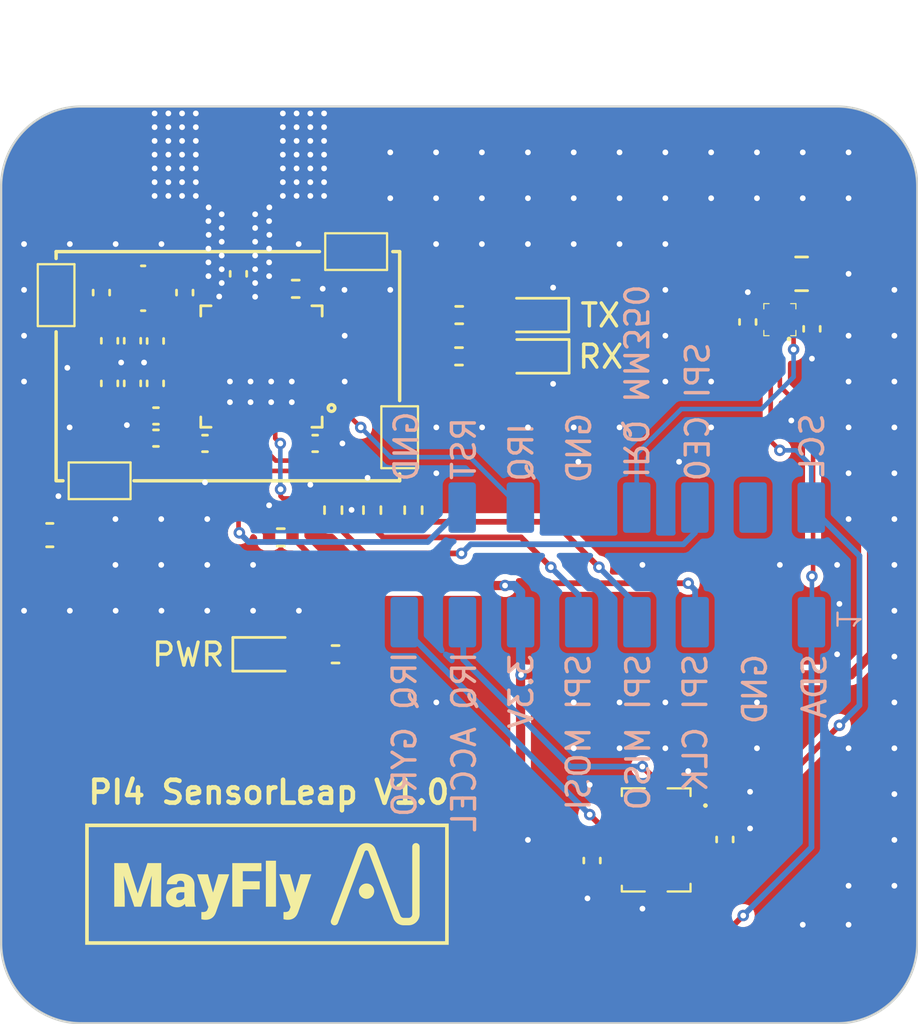
<source format=kicad_pcb>
(kicad_pcb (version 20221018) (generator pcbnew)
  (layers (0 "F.Cu" signal) (1 "In1.Cu" signal) (2 "In2.Cu" signal) (31 "B.Cu" signal) (34 "B.Paste" user) (35 "F.Paste" user) (36 "B.SilkS" user "B.Silkscreen") (37 "F.SilkS" user "F.Silkscreen") (38 "B.Mask" user) (39 "F.Mask" user) (44 "Edge.Cuts" user))
  (net 0 "")
  (net 1 "IRQ_GYRO")
  (net 2 "IRQ_ACCEL")
  (net 3 "SPI_MOSI")
  (net 4 "SPI_MISO")
  (net 5 "SPI_CE0")
  (net 6 "SPI_CLK")
  (net 7 "Net-(U5-CRST)")
  (net 8 "Net-(#FLG01-pwr)")
  (net 9 "SCL")
  (net 10 "SDA")
  (net 11 "DW_XT0")
  (net 13 "DW_XT1")
  (net 14 "Net-(U1-VIO_D)")
  (net 15 "Net-(U1-RF1)")
  (net 16 "Net-(U1-VTX_D)")
  (net 17 "Net-(U1-RF2)")
  (net 18 "IRQ_DW")
  (net 19 "Net-(U1-SPICLK)")
  (net 20 "Net-(U1-SPIMISO)")
  (net 21 "Net-(U1-SPIMOSI)")
  (net 22 "Net-(U1-SPICSn)")
  (net 23 "Net-(U1-GPIO2{slash}RXLED)")
  (net 24 "Net-(U1-GPIO3{slash}TXLED)")
  (net 30 "GND")
  (net 31 "+3V3")
  (net 32 "RF1")
  (net 33 "Net-(D1-A)")
  (net 34 "Net-(D2-A)")
  (net 35 "RST_DW")
  (net 37 "Net-(U4-INT2)")
  (net 40 "Net-(D4-A)")
  (net 41 "IRQ_MM350")
  (footprint "Resistor_SMD:R_0402_1005Metric" (layer "F.Cu") (at 81 49.1)
    (fp_text reference "R3" hide)
    (fp_text value "1.5k")
  )
  (footprint "Resistor_SMD:R_0402_1005Metric" (layer "F.Cu") (at 77.2 57.61 -90)
    (fp_text reference "R6" hide)
    (fp_text value "49.9R")
  )
  (footprint "Capacitor_SMD:C_0402_1005Metric" (layer "F.Cu") (at 67.76 53.5 180)
    (fp_text reference "C11" hide)
    (fp_text value "0.22uF")
  )
  (footprint "Capacitor_SMD:C_0402_1005Metric" (layer "F.Cu") (at 65.377499 48.1182 90)
    (fp_text reference "C1" hide)
    (fp_text value "3.3pF")
  )
  (footprint "MayFly-Library:8Y38472012" (layer "F.Cu") (at 67.2 47.93 90)
    (fp_text reference "X1" hide)
    (fp_text value "8Y38472012" hide)
  )
  (footprint "Capacitor_SMD:C_0805_2012Metric" (layer "F.Cu") (at 95.95 47.3)
    (fp_text reference "C21" hide)
    (fp_text value "2.2uF")
  )
  (footprint "Capacitor_SMD:C_0402_1005Metric" (layer "F.Cu") (at 93.6 49.4 90)
    (fp_text reference "C23" hide)
    (fp_text value "0.1uF")
  )
  (footprint "Inductor_SMD:L_0402_1005Metric" (layer "F.Cu") (at 67.8 55.5)
    (fp_text reference "FB1" hide)
    (fp_text value "33R@100MHz")
  )
  (footprint "Capacitor_SMD:C_0402_1005Metric" (layer "F.Cu") (at 92.6 71.98 90)
    (fp_text reference "C19" hide)
    (fp_text value "0.1uF")
  )
  (footprint "Capacitor_SMD:C_0603_1608Metric" (layer "F.Cu") (at 63.125 58.7 180)
    (fp_text reference "C3" hide)
    (fp_text value "10uF" hide)
  )
  (footprint "Capacitor_SMD:C_0402_1005Metric" (layer "F.Cu") (at 86.8 72.9 -90)
    (fp_text reference "C20" hide)
    (fp_text value "0.1uF")
  )
  (footprint "Capacitor_SMD:C_0402_1005Metric" (layer "F.Cu") (at 67.76 54.47 180)
    (fp_text reference "C6" hide)
    (fp_text value "4.7nF")
  )
  (footprint "Capacitor_SMD:C_0402_1005Metric" (layer "F.Cu") (at 67.734 50.23 -90)
    (fp_text reference "C7" hide)
    (fp_text value "4.7nF")
  )
  (footprint "Resistor_SMD:R_0402_1005Metric" (layer "F.Cu") (at 80.99 50.9)
    (fp_text reference "R2" hide)
    (fp_text value "1.5k")
  )
  (footprint "Resistor_SMD:R_0402_1005Metric" (layer "F.Cu") (at 73.86 47.954 180)
    (fp_text reference "R1" hide)
    (fp_text value "49.9R")
  )
  (footprint "Capacitor_SMD:C_0402_1005Metric" (layer "F.Cu") (at 66.734 50.22 -90)
    (fp_text reference "C5" hide)
    (fp_text value "0.1uF")
  )
  (footprint "Resistor_SMD:R_0402_1005Metric" (layer "F.Cu") (at 79 57.61 -90)
    (fp_text reference "R5" hide)
    (fp_text value "49.9R" hide)
  )
  (footprint "LED_SMD:LED_0603_1608Metric" (layer "F.Cu") (at 72.6 63.9)
    (fp_text reference "D4" hide)
    (fp_text value "LED-G")
  )
  (footprint "Capacitor_SMD:C_0402_1005Metric" (layer "F.Cu") (at 71.36 47.3 -90)
    (fp_text reference "C10" hide)
    (fp_text value "2.0pF")
  )
  (footprint "Resistor_SMD:R_0402_1005Metric" (layer "F.Cu") (at 73.21 58.8)
    (fp_text reference "R4" hide)
    (fp_text value "49.9R" hide)
  )
  (footprint "Capacitor_SMD:C_0402_1005Metric" (layer "F.Cu") (at 65.734 50.22 -90)
    (fp_text reference "C2" hide)
    (fp_text value "10uF" hide)
  )
  (footprint "Resistor_SMD:R_0402_1005Metric" (layer "F.Cu") (at 75.6 63.9 180)
    (fp_text reference "R9" hide)
    (fp_text value "1.5k")
  )
  (footprint "Capacitor_SMD:C_0402_1005Metric" (layer "F.Cu") (at 69.017499 48.1182 -90)
    (fp_text reference "C8" hide)
    (fp_text value "3.3pF")
  )
  (footprint "Capacitor_SMD:C_0402_1005Metric" (layer "F.Cu") (at 65.734 52.08 90)
    (fp_text reference "C14" hide)
    (fp_text value "10uF" hide)
  )
  (footprint "LED_SMD:LED_0603_1608Metric" (layer "F.Cu") (at 84.3125 50.9 180)
    (fp_text reference "D1" hide)
    (fp_text value "LED-G")
  )
  (footprint "Capacitor_SMD:C_0402_1005Metric" (layer "F.Cu") (at 74.71 54.7 180)
    (fp_text reference "C9" hide)
    (fp_text value "0.1uF")
  )
  (footprint "LED_SMD:LED_0603_1608Metric" (layer "F.Cu") (at 84.3 49.1 180)
    (fp_text reference "D2" hide)
    (fp_text value "LED-R")
  )
  (footprint "MayFly-Library:QFN-40_5x5_Pitch0.4mm" (layer "F.Cu") (at 72.366 51.344 180)
    (fp_text reference "U1" hide)
    (fp_text value "DW3220" hide)
  )
  (footprint "SamacSys_Parts:S091146R" (layer "F.Cu") (at 78.4 54.43 -90)
    (fp_text reference "MP3" hide)
    (fp_text value "S0911-46R" hide)
  )
  (footprint "SamacSys_Parts:S091146R" (layer "F.Cu") (at 63.4 48.23 90)
    (fp_text reference "MP2" hide)
    (fp_text value "S0911-46R" hide)
  )
  (footprint "MayFly-Library:CON-SMA-EDGE-SRP" (layer "F.Cu") (at 71.4 42)
    (fp_text reference "J1" hide)
    (fp_text value "RF EdgeConnector")
  )
  (footprint "MayFly-Library:BMM350" (layer "F.Cu") (at 95 49.3 90)
    (fp_text reference "U5" hide)
    (fp_text value "BMM350")
  )
  (footprint "SamacSys_Parts:S091146R" (layer "F.Cu") (at 65.3 56.33 180)
    (fp_text reference "MP4" hide)
    (fp_text value "S0911-46R" hide)
  )
  (footprint "Capacitor_SMD:C_0402_1005Metric" (layer "F.Cu") (at 69.9 54.7)
    (fp_text reference "C4" hide)
    (fp_text value "0.1uF")
  )
  (footprint "Capacitor_SMD:C_0402_1005Metric" (layer "F.Cu") (at 67.734 52.08 90)
    (fp_text reference "C12" hide)
    (fp_text value "4.7nF")
  )
  (footprint "Capacitor_SMD:C_0402_1005Metric" (layer "F.Cu") (at 66.734 52.08 90)
    (fp_text reference "C13" hide)
    (fp_text value "0.1uF")
  )
  (footprint "SamacSys_Parts:S091146R" (layer "F.Cu") (at 76.5 46.33 180)
    (fp_text reference "MP1" hide)
    (fp_text value "S0911-46R" hide)
  )
  (footprint "Resistor_SMD:R_0402_1005Metric" (layer "F.Cu") (at 75.5 57.61 -90)
    (fp_text reference "R7" hide)
    (fp_text value "49.9R" hide)
  )
  (footprint "SamacSys_Parts:BMI088" (layer "F.Cu") (at 89.6 72 -90)
    (fp_text reference "U4" hide)
    (fp_text value "BMI088" hide)
  )
  (footprint "Capacitor_SMD:C_0402_1005Metric" (layer "F.Cu") (at 96.4 49.7 -90)
    (fp_text reference "C22" hide)
    (fp_text value "0.1uF")
  )
  (footprint "MayFly-Library:PI_Connector08x2-254_SMD" (layer "B.Cu") (at 87.48 52.6 180)
    (fp_text reference "J2" hide)
    (fp_text value "PI_ConnectorMirror08x2-254_SMD")
  )
  (gr_circle (center 75.425 53.15429) (end 75.475 53.20429) (stroke (width 0.15)) (fill none) (layer "F.SilkS"))
  (gr_poly (pts (xy 73.967845 75.151) (xy 73.942974 75.211325) (xy 73.935102 75.228221) (xy 73.926864 75.244582) (xy 73.918259 75.260405) (xy 73.909288 75.275693) (xy 73.899952 75.290444) (xy 73.890248 75.304659) (xy 73.880179 75.318337) (xy 73.869742 75.331479) (xy 73.85894 75.344084) (xy 73.84777 75.356153) (xy 73.836234 75.367686) (xy 73.82433 75.378682) (xy 73.81206 75.389142) (xy 73.799422 75.399065) (xy 73.786417 75.408452) (xy 73.773045 75.417303) (xy 73.759306 75.425617) (xy 73.745199 75.433395) (xy 73.730724 75.440636) (xy 73.715882 75.447341) (xy 73.700672 75.45351) (xy 73.685094 75.459142) (xy 73.669148 75.464238) (xy 73.652834 75.468797) (xy 73.636151 75.47282) (xy 73.619101 75.476307) (xy 73.601682 75.479257) (xy 73.583894 75.481671) (xy 73.565738 75.483548) (xy 73.547214 75.484889) (xy 73.509058 75.485962) (xy 73.487303 75.485564) (xy 73.465294 75.484366) (xy 73.443025 75.482362) (xy 73.420489 75.479546) (xy 73.39768 75.475911) (xy 73.374592 75.471452) (xy 73.351218 75.466161) (xy 73.327554 75.460033) (xy 73.327554 75.146238) (xy 73.385233 75.146238) (xy 73.407757 75.145816) (xy 73.418499 75.145289) (xy 73.428897 75.144551) (xy 73.438951 75.143602) (xy 73.448661 75.142442) (xy 73.458029 75.141072) (xy 73.467055 75.139491) (xy 73.47574 75.137698) (xy 73.484084 75.135695) (xy 73.492089 75.133482) (xy 73.499756 75.131057) (xy 73.507084 75.128421) (xy 73.514075 75.125575) (xy 73.52073 75.122518) (xy 73.527049 75.11925) (xy 73.533095 75.115715) (xy 73.538932 75.111856) (xy 73.544562 75.107671) (xy 73.549985 75.10316) (xy 73.555204 75.09832) (xy 73.560219 75.093149) (xy 73.565033 75.087647) (xy 73.569647 75.081811) (xy 73.574063 75.075641) (xy 73.578281 75.069134) (xy 73.582305 75.062289) (xy 73.586134 75.055105) (xy 73.589771 75.047579) (xy 73.593218 75.039712) (xy 73.596475 75.031499) (xy 73.599545 75.022942) (xy 73.634999 74.92875) (xy 73.417706 74.297454) (xy 73.836612 74.297454) (xy 73.837141 74.297984) (xy 73.836808 74.296793) (xy 73.836612 74.297454) (xy 73.417706 74.297454) (xy 73.143403 73.500529) (xy 73.613832 73.500529) (xy 73.836808 74.296793) (xy 74.072091 73.5) (xy 74.544107 73.5)) (fill solid) (layer "F.SilkS"))
  (gr_poly (pts (xy 76.96943 72.136122) (xy 76.985351 72.137059) (xy 77.001153 72.138609) (xy 77.016821 72.14076) (xy 77.03234 72.143504) (xy 77.047696 72.14683) (xy 77.062873 72.150728) (xy 77.077857 72.155188) (xy 77.092634 72.1602) (xy 77.107188 72.165754) (xy 77.121505 72.17184) (xy 77.135569 72.178447) (xy 77.149368 72.185566) (xy 77.162885 72.193186) (xy 77.176105 72.201298) (xy 77.189015 72.209891) (xy 77.2016 72.218956) (xy 77.213844 72.228481) (xy 77.225733 72.238458) (xy 77.237252 72.248876) (xy 77.248387 72.259725) (xy 77.259123 72.270994) (xy 77.269444 72.282675) (xy 77.279337 72.294756) (xy 77.288787 72.307228) (xy 77.297779 72.320081) (xy 77.306297 72.333304) (xy 77.314329 72.346887) (xy 77.321857 72.360821) (xy 77.328869 72.375095) (xy 77.335349 72.3897) (xy 77.341283 72.404624) (xy 78.425547 75.29652) (xy 78.430438 75.30808) (xy 78.436152 75.319124) (xy 78.442645 75.329622) (xy 78.449871 75.33954) (xy 78.457786 75.348847) (xy 78.466343 75.357512) (xy 78.4755 75.365502) (xy 78.485209 75.372786) (xy 78.495428 75.379332) (xy 78.506109 75.385109) (xy 78.51721 75.390084) (xy 78.528684 75.394226) (xy 78.540486 75.397502) (xy 78.552572 75.399882) (xy 78.564897 75.401333) (xy 78.577416 75.401824) (xy 78.786966 75.401824) (xy 78.795299 75.401613) (xy 78.803522 75.400988) (xy 78.811626 75.399958) (xy 78.8196 75.398534) (xy 78.827434 75.396726) (xy 78.835118 75.394544) (xy 78.842641 75.391999) (xy 78.849995 75.389099) (xy 78.857167 75.385857) (xy 78.864149 75.382281) (xy 78.87093 75.378382) (xy 78.8775 75.37417) (xy 78.883849 75.369656) (xy 78.889966 75.364849) (xy 78.895841 75.359759) (xy 78.901464 75.354398) (xy 78.906826 75.348774) (xy 78.911915 75.342899) (xy 78.916722 75.336782) (xy 78.921237 75.330433) (xy 78.925449 75.323864) (xy 78.929348 75.317083) (xy 78.932924 75.310101) (xy 78.936166 75.302928) (xy 78.939065 75.295575) (xy 78.941611 75.288051) (xy 78.943793 75.280367) (xy 78.945601 75.272533) (xy 78.947025 75.264559) (xy 78.948055 75.256455) (xy 78.94868 75.248232) (xy 78.948891 75.239899) (xy 78.948891 72.298262) (xy 78.949102 72.28993) (xy 78.949727 72.281706) (xy 78.950757 72.273603) (xy 78.952181 72.265629) (xy 78.953989 72.257795) (xy 78.956171 72.250111) (xy 78.958717 72.242587) (xy 78.961616 72.235234) (xy 78.964859 72.228061) (xy 78.968434 72.221079) (xy 78.972333 72.214298) (xy 78.976545 72.207728) (xy 78.98106 72.20138) (xy 78.985867 72.195263) (xy 78.990956 72.189387) (xy 78.996318 72.183764) (xy 79.001941 72.178402) (xy 79.007817 72.173313) (xy 79.013934 72.168506) (xy 79.020282 72.163991) (xy 79.026852 72.15978) (xy 79.033633 72.155881) (xy 79.040615 72.152305) (xy 79.047787 72.149062) (xy 79.055141 72.146163) (xy 79.062664 72.143617) (xy 79.070348 72.141435) (xy 79.078182 72.139627) (xy 79.086156 72.138203) (xy 79.09426 72.137173) (xy 79.102483 72.136548) (xy 79.110816 72.136337) (xy 79.119148 72.136548) (xy 79.127372 72.137173) (xy 79.135475 72.138203) (xy 79.143449 72.139627) (xy 79.151283 72.141435) (xy 79.158967 72.143617) (xy 79.166491 72.146163) (xy 79.173844 72.149062) (xy 79.181017 72.152305) (xy 79.187999 72.155881) (xy 79.19478 72.15978) (xy 79.201349 72.163991) (xy 79.207698 72.168506) (xy 79.213815 72.173313) (xy 79.21969 72.178402) (xy 79.225314 72.183764) (xy 79.230675 72.189387) (xy 79.235765 72.195263) (xy 79.240572 72.20138) (xy 79.245086 72.207728) (xy 79.249298 72.214298) (xy 79.253197 72.221079) (xy 79.256773 72.228061) (xy 79.260016 72.235234) (xy 79.262915 72.242587) (xy 79.265461 72.250111) (xy 79.267643 72.257795) (xy 79.269451 72.265629) (xy 79.270875 72.273603) (xy 79.271905 72.281706) (xy 79.27253 72.28993) (xy 79.272741 72.298262) (xy 79.272741 75.23937) (xy 79.272107 75.264321) (xy 79.270227 75.28895) (xy 79.267131 75.313226) (xy 79.26285 75.337119) (xy 79.257414 75.360596) (xy 79.250856 75.383628) (xy 79.243205 75.406184) (xy 79.234492 75.428232) (xy 79.224748 75.449743) (xy 79.214004 75.470685) (xy 79.202291 75.491027) (xy 79.189639 75.510739) (xy 79.176079 75.52979) (xy 79.161643 75.548148) (xy 79.14636 75.565784) (xy 79.130263 75.582666) (xy 79.113381 75.598764) (xy 79.095745 75.614047) (xy 79.077386 75.628483) (xy 79.058335 75.642043) (xy 79.038624 75.654694) (xy 79.018281 75.666408) (xy 78.99734 75.677152) (xy 78.975829 75.686896) (xy 78.95378 75.695609) (xy 78.931225 75.70326) (xy 78.908193 75.709818) (xy 78.884715 75.715254) (xy 78.860823 75.719535) (xy 78.836547 75.722631) (xy 78.811918 75.724511) (xy 78.786966 75.725145) (xy 78.577416 75.725145) (xy 78.558573 75.724774) (xy 78.53986 75.723672) (xy 78.521291 75.72185) (xy 78.502885 75.71932) (xy 78.484659 75.716093) (xy 78.466629 75.712183) (xy 78.448812 75.7076) (xy 78.431226 75.702357) (xy 78.413887 75.696467) (xy 78.396812 75.68994) (xy 78.380018 75.682789) (xy 78.363523 75.675027) (xy 78.347342 75.666664) (xy 78.331494 75.657714) (xy 78.315995 75.648187) (xy 78.300861 75.638097) (xy 78.286111 75.627454) (xy 78.27176 75.616272) (xy 78.257826 75.604562) (xy 78.244326 75.592336) (xy 78.231277 75.579606) (xy 78.218695 75.566385) (xy 78.206598 75.552683) (xy 78.195003 75.538514) (xy 78.183926 75.523889) (xy 78.173385 75.50882) (xy 78.163396 75.49332) (xy 78.153977 75.4774) (xy 78.145144 75.461072) (xy 78.136914 75.444348) (xy 78.129305 75.42724) (xy 78.122333 75.409761) (xy 77.038071 72.518395) (xy 77.035353 72.51198) (xy 77.032176 72.505844) (xy 77.028565 72.500006) (xy 77.024544 72.494483) (xy 77.020139 72.489296) (xy 77.015375 72.484462) (xy 77.010275 72.480001) (xy 77.004866 72.47593) (xy 76.999171 72.472268) (xy 76.993216 72.469034) (xy 76.987025 72.466246) (xy 76.980623 72.463924) (xy 76.974035 72.462085) (xy 76.967286 72.460749) (xy 76.960401 72.459934) (xy 76.953404 72.459658) (xy 76.949893 72.459727) (xy 76.946407 72.459934) (xy 76.942949 72.460275) (xy 76.939521 72.460749) (xy 76.936128 72.461353) (xy 76.932772 72.462085) (xy 76.929457 72.462943) (xy 76.926185 72.463924) (xy 76.922959 72.465026) (xy 76.919783 72.466246) (xy 76.91666 72.467583) (xy 76.913592 72.469034) (xy 76.910584 72.470596) (xy 76.907637 72.472268) (xy 76.904755 72.474046) (xy 76.901942 72.47593) (xy 76.8992 72.477915) (xy 76.896533 72.480001) (xy 76.893943 72.482184) (xy 76.891433 72.484462) (xy 76.889007 72.486834) (xy 76.886669 72.489296) (xy 76.88442 72.491847) (xy 76.882264 72.494483) (xy 76.880204 72.497204) (xy 76.878243 72.500006) (xy 76.876385 72.502886) (xy 76.874632 72.505844) (xy 76.872988 72.508876) (xy 76.871455 72.51198) (xy 76.870037 72.515154) (xy 76.868737 72.518395) (xy 75.705629 75.62037) (xy 75.700633 75.632279) (xy 75.694806 75.643582) (xy 75.688197 75.654257) (xy 75.680857 75.664282) (xy 75.672835 75.673635) (xy 75.664181 75.682292) (xy 75.654943 75.690231) (xy 75.645172 75.69743) (xy 75.634917 75.703866) (xy 75.624229 75.709517) (xy 75.613155 75.71436) (xy 75.601747 75.718373) (xy 75.590054 75.721534) (xy 75.578125 75.723819) (xy 75.56601 75.725206) (xy 75.553759 75.725674) (xy 75.550274 75.725631) (xy 75.546768 75.725501) (xy 75.543243 75.725287) (xy 75.539702 75.724988) (xy 75.53615 75.724605) (xy 75.532588 75.724139) (xy 75.529019 75.723591) (xy 75.525448 75.722962) (xy 75.521876 75.722252) (xy 75.518308 75.721462) (xy 75.514746 75.720594) (xy 75.511193 75.719647) (xy 75.507653 75.718622) (xy 75.504128 75.717521) (xy 75.500622 75.716343) (xy 75.497137 75.715091) (xy 75.489421 75.711983) (xy 75.481952 75.708523) (xy 75.474737 75.704723) (xy 75.467782 75.700598) (xy 75.461092 75.696159) (xy 75.454674 75.691421) (xy 75.448533 75.686397) (xy 75.442675 75.6811) (xy 75.437106 75.675543) (xy 75.431832 75.66974) (xy 75.426859 75.663704) (xy 75.422193 75.657448) (xy 75.41784 75.650985) (xy 75.413806 75.644329) (xy 75.410096 75.637493) (xy 75.406716 75.63049) (xy 75.403673 75.623334) (xy 75.400973 75.616038) (xy 75.39862 75.608614) (xy 75.396622 75.601077) (xy 75.394984 75.59344) (xy 75.393711 75.585715) (xy 75.392811 75.577917) (xy 75.392288 75.570058) (xy 75.392149 75.562152) (xy 75.3924 75.554211) (xy 75.393046 75.54625) (xy 75.394094 75.538282) (xy 75.395549 75.530319) (xy 75.397417 75.522376) (xy 75.399704 75.514465) (xy 75.402417 75.506599) (xy 76.565525 72.404624) (xy 76.577938 72.375095) (xy 76.592479 72.346887) (xy 76.609029 72.320081) (xy 76.62747 72.294756) (xy 76.647685 72.270994) (xy 76.669555 72.248876) (xy 76.692964 72.228481) (xy 76.717792 72.209891) (xy 76.743923 72.193186) (xy 76.771238 72.178447) (xy 76.79962 72.165754) (xy 76.82895 72.155188) (xy 76.859112 72.14683) (xy 76.889986 72.14076) (xy 76.921456 72.137059) (xy 76.953404 72.135808)) (fill solid) (layer "F.SilkS"))
  (gr_poly (pts (xy 72.365 73.365591) (xy 71.550612 73.365591) (xy 71.550612 73.803212) (xy 72.290387 73.803212) (xy 72.290387 74.156695) (xy 71.550612 74.156695) (xy 71.550612 74.914991) (xy 71.091825 74.914991) (xy 71.091825 73.011579) (xy 72.365 73.011579)) (fill solid) (layer "F.SilkS"))
  (gr_line (start 78.4 56.33) (end 78.4 56.03) (stroke (width 0.15)) (layer "F.SilkS"))
  (gr_poly (pts (xy 80.54274 76.577104) (xy 64.667741 76.577104) (xy 64.667741 76.418354) (xy 64.826491 76.418354) (xy 80.383991 76.418354) (xy 80.383991 71.444187) (xy 64.826491 71.444187) (xy 64.826491 76.418354) (xy 64.667741 76.418354) (xy 64.667741 71.285437) (xy 80.54274 71.285437)) (fill solid) (layer "F.SilkS"))
  (gr_poly (pts (xy 70.381153 75.151) (xy 70.356282 75.211325) (xy 70.34841 75.228221) (xy 70.340172 75.244582) (xy 70.331567 75.260405) (xy 70.322597 75.275693) (xy 70.31326 75.290444) (xy 70.303556 75.304659) (xy 70.293487 75.318337) (xy 70.283051 75.331479) (xy 70.272248 75.344084) (xy 70.261078 75.356153) (xy 70.249542 75.367686) (xy 70.237638 75.378682) (xy 70.225368 75.389142) (xy 70.21273 75.399065) (xy 70.199726 75.408452) (xy 70.186354 75.417303) (xy 70.172614 75.425617) (xy 70.158507 75.433395) (xy 70.144033 75.440636) (xy 70.12919 75.447341) (xy 70.11398 75.45351) (xy 70.098402 75.459142) (xy 70.082456 75.464238) (xy 70.066142 75.468797) (xy 70.04946 75.47282) (xy 70.032409 75.476307) (xy 70.01499 75.479257) (xy 69.997203 75.481671) (xy 69.979047 75.483548) (xy 69.960522 75.484889) (xy 69.922366 75.485962) (xy 69.900611 75.485564) (xy 69.878602 75.484366) (xy 69.856333 75.482362) (xy 69.833797 75.479546) (xy 69.810987 75.475911) (xy 69.787899 75.471452) (xy 69.764526 75.466161) (xy 69.740861 75.460033) (xy 69.740861 75.146238) (xy 69.79854 75.146238) (xy 69.821064 75.145816) (xy 69.831807 75.145289) (xy 69.842205 75.144551) (xy 69.852259 75.143602) (xy 69.861969 75.142442) (xy 69.871337 75.141072) (xy 69.880363 75.139491) (xy 69.889048 75.137698) (xy 69.897392 75.135695) (xy 69.905397 75.133482) (xy 69.913064 75.131057) (xy 69.920392 75.128421) (xy 69.927383 75.125575) (xy 69.934038 75.122518) (xy 69.940357 75.11925) (xy 69.946404 75.115715) (xy 69.952241 75.111856) (xy 69.95787 75.107671) (xy 69.963293 75.10316) (xy 69.968512 75.09832) (xy 69.973527 75.093149) (xy 69.978341 75.087647) (xy 69.982955 75.081811) (xy 69.987371 75.075641) (xy 69.991589 75.069134) (xy 69.995613 75.062289) (xy 69.999442 75.055105) (xy 70.003079 75.047579) (xy 70.006526 75.039712) (xy 70.009783 75.031499) (xy 70.012853 75.022942) (xy 70.048307 74.92875) (xy 69.831014 74.297454) (xy 70.24992 74.297454) (xy 70.250449 74.297984) (xy 70.250115 74.296793) (xy 70.24992 74.297454) (xy 69.831014 74.297454) (xy 69.556712 73.500529) (xy 70.02714 73.500529) (xy 70.250115 74.296793) (xy 70.485399 73.5) (xy 70.957416 73.5)) (fill solid) (layer "F.SilkS"))
  (gr_line (start 63.4 46.33) (end 63.4 46.63) (stroke (width 0.15)) (layer "F.SilkS"))
  (gr_poly (pts (xy 66.965383 74.335554) (xy 67.388716 73.011579) (xy 67.992495 73.011579) (xy 67.992495 74.914462) (xy 67.53265 74.914462) (xy 67.53265 74.469962) (xy 67.5771 73.560325) (xy 67.117254 74.914462) (xy 66.814041 74.914462) (xy 66.352608 73.559266) (xy 66.397058 74.470491) (xy 66.397058 74.914991) (xy 65.93827 74.914991) (xy 65.93827 73.011579) (xy 66.540462 73.011579)) (fill solid) (layer "F.SilkS"))
  (gr_line (start 78.4 56.33) (end 66.8 56.33) (stroke (width 0.15)) (layer "F.SilkS"))
  (gr_poly (pts (xy 73 74.914462) (xy 72.558145 74.914462) (xy 72.558145 72.906804) (xy 73 72.906804)) (fill solid) (layer "F.SilkS"))
  (gr_line (start 78.4 46.33) (end 78.1 46.33) (stroke (width 0.15)) (layer "F.SilkS"))
  (gr_line (start 63.4 56.3) (end 63.4 49.83) (stroke (width 0.15)) (layer "F.SilkS"))
  (gr_line (start 63.4 56.33) (end 63.7 56.33) (stroke (width 0.15)) (layer "F.SilkS"))
  (gr_line (start 63.4 46.33) (end 74.9 46.33) (stroke (width 0.15)) (layer "F.SilkS"))
  (gr_poly (pts (xy 76.970084 73.902072) (xy 76.987068 73.903364) (xy 77.003805 73.90549) (xy 77.020274 73.908432) (xy 77.036454 73.912166) (xy 77.052325 73.916673) (xy 77.067864 73.92193) (xy 77.083051 73.927918) (xy 77.097865 73.934616) (xy 77.112285 73.942001) (xy 77.12629 73.950054) (xy 77.139859 73.958753) (xy 77.152971 73.968077) (xy 77.165605 73.978005) (xy 77.17774 73.988517) (xy 77.189355 73.99959) (xy 77.200428 74.011205) (xy 77.21094 74.02334) (xy 77.220868 74.035974) (xy 77.230192 74.049086) (xy 77.238891 74.062655) (xy 77.246944 74.07666) (xy 77.254329 74.09108) (xy 77.261027 74.105894) (xy 77.267015 74.121081) (xy 77.272273 74.13662) (xy 77.276779 74.15249) (xy 77.280514 74.16867) (xy 77.283455 74.185139) (xy 77.285581 74.201877) (xy 77.286873 74.218861) (xy 77.287308 74.23607) (xy 77.286873 74.25328) (xy 77.285581 74.270264) (xy 77.283455 74.287001) (xy 77.280514 74.30347) (xy 77.276779 74.319651) (xy 77.272273 74.335521) (xy 77.267015 74.35106) (xy 77.261027 74.366247) (xy 77.254329 74.381061) (xy 77.246944 74.395481) (xy 77.238891 74.409486) (xy 77.230192 74.423055) (xy 77.220868 74.436167) (xy 77.21094 74.448801) (xy 77.200428 74.460936) (xy 77.189355 74.47255) (xy 77.17774 74.483624) (xy 77.165605 74.494135) (xy 77.152971 74.504064) (xy 77.139859 74.513388) (xy 77.12629 74.522087) (xy 77.112285 74.530139) (xy 77.097865 74.537525) (xy 77.083051 74.544222) (xy 77.067864 74.55021) (xy 77.052325 74.555468) (xy 77.036454 74.559975) (xy 77.020274 74.563709) (xy 77.003805 74.56665) (xy 76.987068 74.568777) (xy 76.970084 74.570068) (xy 76.952874 74.570504) (xy 76.935664 74.570068) (xy 76.91868 74.568777) (xy 76.901943 74.56665) (xy 76.885474 74.563709) (xy 76.869294 74.559975) (xy 76.853424 74.555468) (xy 76.837885 74.55021) (xy 76.822698 74.544222) (xy 76.807884 74.537525) (xy 76.793464 74.530139) (xy 76.779458 74.522087) (xy 76.765889 74.513388) (xy 76.752777 74.504064) (xy 76.740144 74.494135) (xy 76.728009 74.483624) (xy 76.716394 74.47255) (xy 76.705321 74.460936) (xy 76.694809 74.448801) (xy 76.684881 74.436167) (xy 76.675557 74.423055) (xy 76.666858 74.409486) (xy 76.658805 74.395481) (xy 76.651419 74.381061) (xy 76.644722 74.366247) (xy 76.638734 74.35106) (xy 76.633476 74.335521) (xy 76.628969 74.319651) (xy 76.625235 74.30347) (xy 76.622294 74.287001) (xy 76.620167 74.270264) (xy 76.618876 74.25328) (xy 76.618441 74.23607) (xy 76.618876 74.218861) (xy 76.620167 74.201877) (xy 76.622294 74.185139) (xy 76.625235 74.16867) (xy 76.628969 74.15249) (xy 76.633476 74.13662) (xy 76.638734 74.121081) (xy 76.644722 74.105894) (xy 76.651419 74.09108) (xy 76.658805 74.07666) (xy 76.666858 74.062655) (xy 76.675557 74.049086) (xy 76.684881 74.035974) (xy 76.694809 74.02334) (xy 76.705321 74.011205) (xy 76.716394 73.99959) (xy 76.728009 73.988517) (xy 76.740144 73.978005) (xy 76.752777 73.968077) (xy 76.765889 73.958753) (xy 76.779458 73.950054) (xy 76.793464 73.942001) (xy 76.807884 73.934616) (xy 76.822698 73.927918) (xy 76.837885 73.92193) (xy 76.853424 73.916673) (xy 76.869294 73.912166) (xy 76.885474 73.908432) (xy 76.901943 73.90549) (xy 76.91868 73.903364) (xy 76.935664 73.902072) (xy 76.952874 73.901637)) (fill solid) (layer "F.SilkS"))
  (gr_poly (pts (xy 68.886837 73.474585) (xy 68.919332 73.476129) (xy 68.950936 73.478703) (xy 68.981649 73.482306) (xy 69.011472 73.486938) (xy 69.040406 73.4926) (xy 69.068451 73.499291) (xy 69.09561 73.507011) (xy 69.121881 73.515761) (xy 69.147266 73.52554) (xy 69.171767 73.536349) (xy 69.195382 73.548187) (xy 69.218114 73.561055) (xy 69.239964 73.574951) (xy 69.260931 73.589878) (xy 69.281016 73.605833) (xy 69.30006 73.622688) (xy 69.317902 73.640312) (xy 69.334542 73.658704) (xy 69.349982 73.677866) (xy 69.364221 73.697797) (xy 69.377262 73.718496) (xy 69.389104 73.739964) (xy 69.399748 73.762202) (xy 69.409196 73.785208) (xy 69.417447 73.808983) (xy 69.424504 73.833528) (xy 69.430365 73.858841) (xy 69.435033 73.884923) (xy 69.438509 73.911774) (xy 69.440792 73.939394) (xy 69.441883 73.967783) (xy 69.441883 74.593787) (xy 69.443347 74.64099) (xy 69.444729 74.663528) (xy 69.446546 74.685358) (xy 69.448797 74.706477) (xy 69.451483 74.726886) (xy 69.454602 74.746583) (xy 69.458155 74.765568) (xy 69.462142 74.78384) (xy 69.466564 74.801397) (xy 69.471419 74.81824) (xy 69.476709 74.834368) (xy 69.482433 74.849779) (xy 69.488591 74.864474) (xy 69.495182 74.87845) (xy 69.502208 74.891708) (xy 69.502208 74.913933) (xy 69.061941 74.913933) (xy 69.060354 74.914462) (xy 69.057402 74.908943) (xy 69.054499 74.903102) (xy 69.051644 74.896938) (xy 69.048836 74.890451) (xy 69.046075 74.883642) (xy 69.043359 74.876511) (xy 69.040689 74.869057) (xy 69.038063 74.861281) (xy 69.032939 74.844761) (xy 69.027984 74.826951) (xy 69.023189 74.807852) (xy 69.018549 74.787462) (xy 69.002991 74.80601) (xy 68.986675 74.823356) (xy 68.969604 74.8395) (xy 68.951775 74.854443) (xy 68.93319 74.868186) (xy 68.913849 74.880731) (xy 68.893751 74.892077) (xy 68.872896 74.902225) (xy 68.851285 74.911177) (xy 68.828918 74.918932) (xy 68.805794 74.925492) (xy 68.781913 74.930858) (xy 68.757276 74.93503) (xy 68.731882 74.938009) (xy 68.705731 74.939796) (xy 68.678825 74.940391) (xy 68.654057 74.93992) (xy 68.629761 74.938505) (xy 68.605936 74.936146) (xy 68.582583 74.932842) (xy 68.5597 74.928593) (xy 68.537289 74.923397) (xy 68.515349 74.917254) (xy 68.493881 74.910163) (xy 68.472884 74.902123) (xy 68.452358 74.893133) (xy 68.432303 74.883193) (xy 68.41272 74.872302) (xy 68.393608 74.86046) (xy 68.374967 74.847664) (xy 68.356798 74.833915) (xy 68.3391 74.819212) (xy 68.322183 74.803883) (xy 68.306358 74.788059) (xy 68.291624 74.771743) (xy 68.277981 74.754935) (xy 68.26543 74.737637) (xy 68.25397 74.719851) (xy 68.243602 74.701578) (xy 68.234325 74.682819) (xy 68.226139 74.663577) (xy 68.219045 74.643853) (xy 68.213042 74.623649) (xy 68.208131 74.602965) (xy 68.204311 74.581804) (xy 68.201583 74.560166) (xy 68.199946 74.538055) (xy 68.1994 74.51547) (xy 68.199945 74.492187) (xy 68.640725 74.492187) (xy 68.640886 74.499635) (xy 68.641369 74.506898) (xy 68.642173 74.513976) (xy 68.643296 74.52087) (xy 68.64474 74.527581) (xy 68.646501 74.53411) (xy 68.648581 74.540458) (xy 68.650978 74.546625) (xy 68.65369 74.552613) (xy 68.656719 74.558421) (xy 68.660062 74.564051) (xy 68.663719 74.569504) (xy 68.667689 74.574779) (xy 68.671971 74.579879) (xy 68.676566 74.584804) (xy 68.68147 74.589554) (xy 68.686617 74.594069) (xy 68.691938 74.598287) (xy 68.697432 74.602208) (xy 68.7031 74.605834) (xy 68.708942 74.609166) (xy 68.714957 74.612204) (xy 68.721146 74.614949) (xy 68.727508 74.617402) (xy 68.734044 74.619563) (xy 68.740754 74.621434) (xy 68.747637 74.623014) (xy 68.754694 74.624306) (xy 68.761925 74.625309) (xy 68.769329 74.626024) (xy 68.776907 74.626453) (xy 68.784658 74.626596) (xy 68.784658 74.627125) (xy 68.794865 74.626988) (xy 68.804849 74.626578) (xy 68.81461 74.625893) (xy 68.824147 74.624934) (xy 68.833461 74.623698) (xy 68.842552 74.622186) (xy 68.85142 74.620396) (xy 68.860064 74.618327) (xy 68.868486 74.61598) (xy 68.876683 74.613353) (xy 68.884658 74.610445) (xy 68.89241 74.607256) (xy 68.899938 74.603785) (xy 68.907243 74.600031) (xy 68.914324 74.595993) (xy 68.921183 74.591671) (xy 68.927812 74.587262) (xy 68.934205 74.582768) (xy 68.940363 74.57819) (xy 68.946285 74.57353) (xy 68.951972 74.56879) (xy 68.957423 74.56397) (xy 68.962638 74.559073) (xy 68.967617 74.5541) (xy 68.972361 74.549052) (xy 68.97687 74.543932) (xy 68.981142 74.53874) (xy 68.985179 74.533479) (xy 68.988981 74.528149) (xy 68.992546 74.522753) (xy 68.995876 74.517292) (xy 68.998971 74.511767) (xy 68.998971 74.285812) (xy 68.870913 74.285812) (xy 68.843038 74.286618) (xy 68.816962 74.289037) (xy 68.804599 74.290851) (xy 68.792685 74.293068) (xy 68.78122 74.295688) (xy 68.770205 74.298711) (xy 68.75964 74.302137) (xy 68.749525 74.305966) (xy 68.739858 74.310198) (xy 68.730642 74.314834) (xy 68.721875 74.319872) (xy 68.713558 74.325314) (xy 68.70569 74.331158) (xy 68.698272 74.337406) (xy 68.691303 74.344057) (xy 68.684784 74.351111) (xy 68.678715 74.358568) (xy 68.673095 74.366428) (xy 68.667925 74.374691) (xy 68.663204 74.383357) (xy 68.658933 74.392426) (xy 68.655112 74.401898) (xy 68.65174 74.411774) (xy 68.648817 74.422052) (xy 68.646345 74.432734) (xy 68.644322 74.443818) (xy 68.642748 74.455306) (xy 68.641624 74.467197) (xy 68.64095 74.479491) (xy 68.640725 74.492187) (xy 68.199945 74.492187) (xy 68.200063 74.487137) (xy 68.202054 74.459685) (xy 68.205372 74.433113) (xy 68.210016 74.407421) (xy 68.215988 74.38261) (xy 68.223287 74.35868) (xy 68.231913 74.33563) (xy 68.241866 74.313461) (xy 68.253145 74.292173) (xy 68.265752 74.271765) (xy 68.279686 74.252237) (xy 68.294948 74.23359) (xy 68.311536 74.215824) (xy 68.329451 74.198938) (xy 68.348693 74.182933) (xy 68.369262 74.167808) (xy 68.391097 74.153583) (xy 68.414135 74.140275) (xy 68.438378 74.127885) (xy 68.463826 74.116413) (xy 68.49048 74.105858) (xy 68.518342 74.096222) (xy 68.54741 74.087503) (xy 68.577688 74.079702) (xy 68.609174 74.072818) (xy 68.641871 74.066853) (xy 68.675778 74.061805) (xy 68.710897 74.057675) (xy 68.747229 74.054463) (xy 68.784773 74.052169) (xy 68.823531 74.050792) (xy 68.863504 74.050333) (xy 68.9995 74.050333) (xy 68.9995 73.975721) (xy 68.998842 73.951982) (xy 68.99687 73.929781) (xy 68.99358 73.909116) (xy 68.991442 73.89936) (xy 68.988974 73.889987) (xy 68.986177 73.880998) (xy 68.983051 73.872393) (xy 68.979594 73.864171) (xy 68.975808 73.856332) (xy 68.971692 73.848877) (xy 68.967247 73.841805) (xy 68.962471 73.835116) (xy 68.957365 73.828811) (xy 68.951929 73.822888) (xy 68.946162 73.817348) (xy 68.940066 73.81219) (xy 68.933638 73.807415) (xy 68.92688 73.803023) (xy 68.919792 73.799014) (xy 68.912372 73.795386) (xy 68.904622 73.792141) (xy 68.896541 73.789278) (xy 68.888128 73.786797) (xy 68.879385 73.784698) (xy 68.87031 73.782981) (xy 68.860904 73.781645) (xy 68.851166 73.780692) (xy 68.841097 73.780119) (xy 68.830696 73.779929) (xy 68.821028 73.780081) (xy 68.81167 73.780536) (xy 68.802622 73.781296) (xy 68.793883 73.782359) (xy 68.785454 73.783725) (xy 68.777334 73.785395) (xy 68.769522 73.787368) (xy 68.76202 73.789644) (xy 68.754826 73.792223) (xy 68.74794 73.795105) (xy 68.741362 73.798291) (xy 68.735092 73.801779) (xy 68.72913 73.805569) (xy 68.723476 73.809662) (xy 68.718128 73.814058) (xy 68.713088 73.818756) (xy 68.708355 73.823757) (xy 68.703929 73.829059) (xy 68.699809 73.834664) (xy 68.695996 73.840571) (xy 68.692489 73.84678) (xy 68.689287 73.85329) (xy 68.686392 73.860103) (xy 68.683802 73.867216) (xy 68.681518 73.874632) (xy 68.679539 73.882349) (xy 68.677865 73.890367) (xy 68.676495 73.898686) (xy 68.675431 73.907307) (xy 68.67467 73.916229) (xy 68.674214 73.925451) (xy 68.674062 73.934975) (xy 68.233796 73.934975) (xy 68.234478 73.909674) (xy 68.236524 73.884969) (xy 68.239935 73.860862) (xy 68.24471 73.837352) (xy 68.250849 73.81444) (xy 68.258352 73.792128) (xy 68.26722 73.770415) (xy 68.277452 73.749303) (xy 68.289048 73.728793) (xy 68.302009 73.708885) (xy 68.316333 73.68958) (xy 68.332022 73.670879) (xy 68.349076 73.652783) (xy 68.367493 73.635292) (xy 68.387275 73.618407) (xy 68.408421 73.602129) (xy 68.430621 73.586651) (xy 68.453566 73.572166) (xy 68.477257 73.558674) (xy 68.501695 73.546178) (xy 68.526879 73.534676) (xy 68.552812 73.524171) (xy 68.579493 73.514662) (xy 68.606924 73.506151) (xy 68.635106 73.498639) (xy 68.664038 73.492125) (xy 68.693723 73.486612) (xy 68.724159 73.482099) (xy 68.75535 73.478588) (xy 68.787295 73.476079) (xy 68.819994 73.474573) (xy 68.85345 73.474071)) (fill solid) (layer "F.SilkS"))
  (gr_line (start 78.4 52.83) (end 78.4 46.33) (stroke (width 0.15)) (layer "F.SilkS"))
  (gr_arc (start 61 43.5) (mid 62.025126 41.025127) (end 64.5 40) (stroke (width 0.1)) (layer "Edge.Cuts"))
  (gr_line (start 101 43.5) (end 101 76.5) (stroke (width 0.1)) (layer "Edge.Cuts"))
  (gr_arc (start 64.5 80) (mid 62.025127 78.974874) (end 61 76.5) (stroke (width 0.1)) (layer "Edge.Cuts"))
  (gr_arc (start 101 76.5) (mid 99.974874 78.974873) (end 97.5 80) (stroke (width 0.1)) (layer "Edge.Cuts"))
  (gr_line (start 97.5 80) (end 64.5 80) (stroke (width 0.1)) (layer "Edge.Cuts"))
  (gr_line (start 97.5 40) (end 64.5 40) (stroke (width 0.1)) (layer "Edge.Cuts"))
  (gr_arc (start 97.5 40) (mid 99.974873 41.025126) (end 101 43.5) (stroke (width 0.1)) (layer "Edge.Cuts"))
  (gr_line (start 61 43.5) (end 61 76.5) (stroke (width 0.1)) (layer "Edge.Cuts"))
  (gr_text "RST" (at 81.79 53.47 90) (layer "B.SilkS") (effects (font (size 1 1)) (justify left bottom mirror)))
  (gr_text "GND" (at 94.498 63.796 90) (layer "B.SilkS") (effects (font (size 1 1)) (justify left bottom mirror)))
  (gr_text "3.3V" (at 84.298 63.796 90) (layer "B.SilkS") (effects (font (size 1 1)) (justify left bottom mirror)))
  (gr_text "IRQ" (at 84.3 53.73 90) (layer "B.SilkS") (effects (font (size 1 1)) (justify left bottom mirror)))
  (gr_text "GND" (at 79.28 53.21 90) (layer "B.SilkS") (effects (font (size 1 1)) (justify left bottom mirror)))
  (gr_text "IRQ ACCEL" (at 81.798 63.696 90) (layer "B.SilkS") (effects (font (size 1 1)) (justify left bottom mirror)))
  (gr_text "IRQ GYRO" (at 79.198 63.696 90) (layer "B.SilkS") (effects (font (size 1 1)) (justify left bottom mirror)))
  (gr_text "GND" (at 86.825 53.275 90) (layer "B.SilkS") (effects (font (size 1 1)) (justify left bottom mirror)))
  (gr_text "SCL" (at 96.998 53.296 90) (layer "B.SilkS") (effects (font (size 1 1)) (justify left bottom mirror)))
  (gr_text "SDA" (at 97.098 63.796 90) (layer "B.SilkS") (effects (font (size 1 1)) (justify left bottom mirror)))
  (gr_text "IRQ MM350" (at 88.1 56.3 270) (layer "B.SilkS") (effects (font (size 1 1)) (justify left bottom mirror)))
  (gr_text "SPI MISO" (at 89.398 63.796 90) (layer "B.SilkS") (effects (font (size 1 1)) (justify left bottom mirror)))
  (gr_text "SPI MOSI" (at 86.798 63.796 90) (layer "B.SilkS") (effects (font (size 1 1)) (justify left bottom mirror)))
  (gr_text "SPI CE0" (at 91.998 50.196 90) (layer "B.SilkS") (effects (font (size 1 1)) (justify left bottom mirror)))
  (gr_text "SPI CLK" (at 91.898 63.796 90) (layer "B.SilkS") (effects (font (size 1 1)) (justify left bottom mirror)))
  (gr_text "TX" (at 86.2 49.7) (layer "F.SilkS") (effects (font (size 1 1)) (justify left bottom)))
  (gr_text "PI4 SensorLeap V1.0" (at 64.7 70.506804) (layer "F.SilkS") (effects (font (size 1 1) (thickness 0.2) bold) (justify left bottom)))
  (gr_text "PWR" (at 67.5 64.5) (layer "F.SilkS") (effects (font (size 1 1)) (justify left bottom)))
  (gr_text "RX" (at 86.1 51.5) (layer "F.SilkS") (effects (font (size 1 1)) (justify left bottom)))
  (segment (start 87.798 71.996) (end 86.698 70.896) (width 0.25) (layer "F.Cu") (net 1))
  (segment (start 88.398 71.996) (end 87.798 71.996) (width 0.25) (layer "F.Cu") (net 1))
  (via (at 86.698 70.896) (size 0.5) (drill 0.25) (layers "F.Cu" "B.Cu") (net 1))
  (segment (start 78.6 62.8) (end 86.696 70.896) (width 0.25) (layer "B.Cu") (net 1))
  (segment (start 78.6 62.5) (end 78.6 62.8) (width 0.25) (layer "B.Cu") (net 1))
  (segment (start 86.696 70.896) (end 86.698 70.896) (width 0.25) (layer "B.Cu") (net 1))
  (segment (start 89.6 70.085) (end 89.6 69.402) (width 0.25) (layer "F.Cu") (net 2))
  (segment (start 89.6 69.402) (end 88.998 68.8) (width 0.25) (layer "F.Cu") (net 2))
  (via (at 88.998 68.8) (size 0.5) (drill 0.25) (layers "F.Cu" "B.Cu") (net 2))
  (segment (start 88.998 68.8) (end 85.847405 68.8) (width 0.25) (layer "B.Cu") (net 2))
  (segment (start 81.178 64.130595) (end 81.178 62.496) (width 0.25) (layer "B.Cu") (net 2))
  (segment (start 85.847405 68.8) (end 81.178 64.130595) (width 0.25) (layer "B.Cu") (net 2))
  (segment (start 77.2 58.32) (end 77.68 58.8) (width 0.25) (layer "F.Cu") (net 3))
  (segment (start 83.7 58.8) (end 77.68 58.8) (width 0.25) (layer "F.Cu") (net 3))
  (segment (start 77.2 58.12) (end 77.2 58.32) (width 0.25) (layer "F.Cu") (net 3))
  (segment (start 85 60.1) (end 83.7 58.8) (width 0.25) (layer "F.Cu") (net 3))
  (via (at 85 60.1) (size 0.5) (drill 0.25) (layers "F.Cu" "B.Cu") (net 3))
  (segment (start 85 60.1) (end 86.22 61.32) (width 0.25) (layer "B.Cu") (net 3))
  (segment (start 86.22 61.32) (end 86.22 62.5) (width 0.25) (layer "B.Cu") (net 3))
  (segment (start 87.1 60.1) (end 85.12 58.12) (width 0.25) (layer "F.Cu") (net 4))
  (segment (start 85.12 58.12) (end 79 58.12) (width 0.25) (layer "F.Cu") (net 4))
  (via (at 87.1 60.1) (size 0.5) (drill 0.25) (layers "F.Cu" "B.Cu") (net 4))
  (segment (start 87.1 60.1) (end 88.76 61.76) (width 0.25) (layer "B.Cu") (net 4))
  (segment (start 88.76 61.76) (end 88.76 62.5) (width 0.25) (layer "B.Cu") (net 4))
  (segment (start 81.1 59.5) (end 76.88 59.5) (width 0.25) (layer "F.Cu") (net 5))
  (segment (start 76.88 59.5) (end 75.5 58.12) (width 0.25) (layer "F.Cu") (net 5))
  (via (at 81.1 59.5) (size 0.5) (drill 0.25) (layers "F.Cu" "B.Cu") (net 5))
  (segment (start 91.29 58.6) (end 91.29 57.5) (width 0.25) (layer "B.Cu") (net 5))
  (segment (start 81.5 59.1) (end 90.79 59.1) (width 0.25) (layer "B.Cu") (net 5))
  (segment (start 81.1 59.5) (end 81.5 59.1) (width 0.25) (layer "B.Cu") (net 5))
  (segment (start 90.79 59.1) (end 91.29 58.6) (width 0.25) (layer "B.Cu") (net 5))
  (segment (start 75.12 60.2) (end 73.72 58.8) (width 0.25) (layer "F.Cu") (net 6))
  (segment (start 91 60.8) (end 84.5 60.8) (width 0.25) (layer "F.Cu") (net 6))
  (segment (start 84.5 60.8) (end 83.9 60.2) (width 0.25) (layer "F.Cu") (net 6))
  (segment (start 83.9 60.2) (end 75.12 60.2) (width 0.25) (layer "F.Cu") (net 6))
  (via (at 91 60.8) (size 0.5) (drill 0.25) (layers "F.Cu" "B.Cu") (net 6))
  (segment (start 91.3 61.1) (end 91 60.8) (width 0.25) (layer "B.Cu") (net 6))
  (segment (start 91.3 62.5) (end 91.3 61.1) (width 0.25) (layer "B.Cu") (net 6))
  (segment (start 95 48.9) (end 95 47.3) (width 0.25) (layer "F.Cu") (net 7))
  (segment (start 68.81 53.12) (end 68.81 53.95) (width 0.2) (layer "F.Cu") (net 8))
  (segment (start 70.066 52.344) (end 69.586 52.344) (width 0.2) (layer "F.Cu") (net 8))
  (segment (start 68.24 54.47) (end 68.24 55.335) (width 0.25) (layer "F.Cu") (net 8))
  (segment (start 68.24 55.335) (end 68.175 55.4) (width 0.25) (layer "F.Cu") (net 8))
  (segment (start 69.586 52.344) (end 68.81 53.12) (width 0.2) (layer "F.Cu") (net 8))
  (segment (start 68.24 54.52) (end 68.81 53.95) (width 0.2) (layer "F.Cu") (net 8))
  (segment (start 94.525 70.075) (end 97.6 67) (width 0.25) (layer "F.Cu") (net 9))
  (segment (start 89.6 74.3) (end 89.6 73.915) (width 0.25) (layer "F.Cu") (net 9))
  (segment (start 94.6 49.7) (end 94.6 54.6) (width 0.2) (layer "F.Cu") (net 9))
  (segment (start 94.6 54.6) (end 95 55) (width 0.2) (layer "F.Cu") (net 9))
  (segment (start 90.2 74.9) (end 89.6 74.3) (width 0.25) (layer "F.Cu") (net 9))
  (segment (start 94.525 72.469) (end 94.525 70.075) (width 0.25) (layer "F.Cu") (net 9))
  (segment (start 92.098 74.896) (end 90.204 74.896) (width 0.25) (layer "F.Cu") (net 9))
  (segment (start 90.204 74.896) (end 90.2 74.9) (width 0.25) (layer "F.Cu") (net 9))
  (segment (start 94.525 72.469) (end 92.098 74.896) (width 0.25) (layer "F.Cu") (net 9))
  (via (at 97.6 67) (size 0.5) (drill 0.25) (layers "F.Cu" "B.Cu") (net 9))
  (via (at 95 55) (size 0.5) (drill 0.25) (layers "F.Cu" "B.Cu") (net 9))
  (segment (start 95.7 55) (end 95 55) (width 0.2) (layer "B.Cu") (net 9))
  (segment (start 96.37 55.67) (end 96.37 57.5) (width 0.2) (layer "B.Cu") (net 9))
  (segment (start 96.37 57.5) (end 98.475 59.605) (width 0.25) (layer "B.Cu") (net 9))
  (segment (start 95.7 55) (end 96.37 55.67) (width 0.2) (layer "B.Cu") (net 9))
  (segment (start 98.475 66.125) (end 97.6 67) (width 0.25) (layer "B.Cu") (net 9))
  (segment (start 98.475 59.605) (end 98.475 66.125) (width 0.25) (layer "B.Cu") (net 9))
  (segment (start 96.45 60.45) (end 96.45 53.65) (width 0.2) (layer "F.Cu") (net 10))
  (segment (start 87.998 75.896) (end 92.804 75.896) (width 0.25) (layer "F.Cu") (net 10))
  (segment (start 87.498 74.102) (end 88.1 73.5) (width 0.25) (layer "F.Cu") (net 10))
  (segment (start 87.498 75.396) (end 87.498 74.102) (width 0.25) (layer "F.Cu") (net 10))
  (segment (start 95 52.2) (end 95 49.7) (width 0.2) (layer "F.Cu") (net 10))
  (segment (start 96.4 60.5) (end 96.45 60.45) (width 0.2) (layer "F.Cu") (net 10))
  (segment (start 88.1 73.5) (end 88.435 73.5) (width 0.25) (layer "F.Cu") (net 10))
  (segment (start 96.45 53.65) (end 95 52.2) (width 0.2) (layer "F.Cu") (net 10))
  (segment (start 92.804 75.896) (end 93.4 75.3) (width 0.25) (layer "F.Cu") (net 10))
  (segment (start 87.998 75.896) (end 87.498 75.396) (width 0.25) (layer "F.Cu") (net 10))
  (via (at 96.4 60.5) (size 0.5) (drill 0.25) (layers "F.Cu" "B.Cu") (net 10))
  (via (at 93.4 75.3) (size 0.5) (drill 0.25) (layers "F.Cu" "B.Cu") (net 10))
  (segment (start 96.4 62.48) (end 96.38 62.5) (width 0.2) (layer "B.Cu") (net 10))
  (segment (start 96.4 60.5) (end 96.4 62.48) (width 0.2) (layer "B.Cu") (net 10))
  (segment (start 93.4 75.3) (end 96.38 72.32) (width 0.25) (layer "B.Cu") (net 10))
  (segment (start 96.38 72.32) (end 96.38 62.5) (width 0.25) (layer "B.Cu") (net 10))
  (segment (start 67.3 49.13) (end 66.562501 48.392501) (width 0.2) (layer "F.Cu") (net 11))
  (segment (start 66.562501 48.392501) (end 66.562501 48.3618) (width 0.2) (layer "F.Cu") (net 11))
  (segment (start 65.613899 48.3618) (end 65.377499 48.5982) (width 0.2) (layer "F.Cu") (net 11))
  (segment (start 66.562501 48.3618) (end 65.613899 48.3618) (width 0.2) (layer "F.Cu") (net 11))
  (segment (start 68.5 49.13) (end 67.3 49.13) (width 0.2) (layer "F.Cu") (net 11))
  (segment (start 69.314 49.944) (end 70.066 49.944) (width 0.2) (layer "F.Cu") (net 11))
  (segment (start 69.314 49.944) (end 68.5 49.13) (width 0.2) (layer "F.Cu") (net 11))
  (segment (start 67.837499 47.4982) (end 68.877499 47.4982) (width 0.2) (layer "F.Cu") (net 13))
  (segment (start 70.066 49.544) (end 70.066 48.686701) (width 0.2) (layer "F.Cu") (net 13))
  (segment (start 68.877499 47.4982) (end 69.017499 47.6382) (width 0.2) (layer "F.Cu") (net 13))
  (segment (start 70.066 48.686701) (end 69.017499 47.6382) (width 0.2) (layer "F.Cu") (net 13))
  (segment (start 73.366 53.836) (end 74.23 54.7) (width 0.2) (layer "F.Cu") (net 14))
  (segment (start 73.366 53.644) (end 73.366 53.836) (width 0.2) (layer "F.Cu") (net 14))
  (segment (start 71.36 47.78) (end 71.36 48.658) (width 0.3493) (layer "F.Cu") (net 15))
  (segment (start 71.366 49.044) (end 71.366 48.664) (width 0.2) (layer "F.Cu") (net 15))
  (segment (start 71.36 48.658) (end 71.366 48.664) (width 0.3493) (layer "F.Cu") (net 15))
  (segment (start 68.24 52.97) (end 69.266 51.944) (width 0.2) (layer "F.Cu") (net 16))
  (segment (start 69.266 51.944) (end 70.066 51.944) (width 0.2) (layer "F.Cu") (net 16))
  (segment (start 68.24 53.5) (end 68.24 52.97) (width 0.2) (layer "F.Cu") (net 16))
  (segment (start 73.366 48.024) (end 73.296 47.954) (width 0.2) (layer "F.Cu") (net 17))
  (segment (start 73.366 49.044) (end 73.366 48.024) (width 0.2) (layer "F.Cu") (net 17))
  (segment (start 75.844 53.144) (end 74.666 53.144) (width 0.2) (layer "F.Cu") (net 18))
  (segment (start 76.7 54) (end 75.844 53.144) (width 0.2) (layer "F.Cu") (net 18))
  (via (at 76.7 54) (size 0.5) (drill 0.25) (layers "F.Cu" "B.Cu") (net 18))
  (segment (start 81.47 55.3) (end 83.67 57.5) (width 0.2) (layer "B.Cu") (net 18))
  (segment (start 76.7 54) (end 78 55.3) (width 0.2) (layer "B.Cu") (net 18))
  (segment (start 78 55.3) (end 81.47 55.3) (width 0.2) (layer "B.Cu") (net 18))
  (segment (start 71.766 57.866) (end 72.7 58.8) (width 0.2) (layer "F.Cu") (net 19))
  (segment (start 71.766 53.644) (end 71.766 57.866) (width 0.2) (layer "F.Cu") (net 19))
  (segment (start 77.15 55.45) (end 78.8 57.1) (width 0.2) (layer "F.Cu") (net 20))
  (segment (start 72.992 55.45) (end 77.15 55.45) (width 0.2) (layer "F.Cu") (net 20))
  (segment (start 72.566 53.644) (end 72.566 55.024) (width 0.2) (layer "F.Cu") (net 20))
  (segment (start 72.566 55.024) (end 72.992 55.45) (width 0.2) (layer "F.Cu") (net 20))
  (segment (start 78.8 57.1) (end 79 57.1) (width 0.2) (layer "F.Cu") (net 20))
  (segment (start 75.8 55.9) (end 77 57.1) (width 0.2) (layer "F.Cu") (net 21))
  (segment (start 77 57.1) (end 77.2 57.1) (width 0.2) (layer "F.Cu") (net 21))
  (segment (start 72.166 55.284) (end 72.782 55.9) (width 0.2) (layer "F.Cu") (net 21))
  (segment (start 72.166 53.644) (end 72.166 55.284) (width 0.2) (layer "F.Cu") (net 21))
  (segment (start 72.782 55.9) (end 75.8 55.9) (width 0.2) (layer "F.Cu") (net 21))
  (segment (start 72.966 54.476) (end 73.19 54.7) (width 0.2) (layer "F.Cu") (net 22))
  (segment (start 73.2 57) (end 73.3 57.1) (width 0.2) (layer "F.Cu") (net 22))
  (segment (start 73.2 57) (end 73.2 56.7) (width 0.2) (layer "F.Cu") (net 22))
  (segment (start 72.966 53.644) (end 72.966 54.476) (width 0.2) (layer "F.Cu") (net 22))
  (segment (start 73.3 57.1) (end 75.5 57.1) (width 0.2) (layer "F.Cu") (net 22))
  (via (at 73.19 54.7) (size 0.5) (drill 0.25) (layers "F.Cu" "B.Cu") (net 22))
  (via (at 73.2 56.7) (size 0.5) (drill 0.25) (layers "F.Cu" "B.Cu") (net 22))
  (segment (start 73.19 54.7) (end 73.19 56.69) (width 0.2) (layer "B.Cu") (net 22))
  (segment (start 73.19 56.69) (end 73.2 56.7) (width 0.2) (layer "B.Cu") (net 22))
  (segment (start 74.666 51.144) (end 80.236 51.144) (width 0.2) (layer "F.Cu") (net 23))
  (segment (start 80.236 51.144) (end 80.48 50.9) (width 0.2) (layer "F.Cu") (net 23))
  (segment (start 79.2 49.1) (end 80.49 49.1) (width 0.2) (layer "F.Cu") (net 24))
  (segment (start 74.666 50.744) (end 77.556 50.744) (width 0.2) (layer "F.Cu") (net 24))
  (segment (start 77.556 50.744) (end 79.2 49.1) (width 0.2) (layer "F.Cu") (net 24))
  (segment (start 67.274 51.17) (end 67.734 50.71) (width 0.2) (layer "F.Cu") (net 30))
  (segment (start 70.966 49.044) (end 70.566 49.044) (width 0.2) (layer "F.Cu") (net 30))
  (segment (start 67.24 51.17) (end 67.304 51.17) (width 0.2) (layer "F.Cu") (net 30))
  (segment (start 67.164 51.17) (end 66.734 51.6) (width 0.2) (layer "F.Cu") (net 30))
  (segment (start 90.0905 72.071) (end 90.0905 72.921) (width 0.2) (layer "F.Cu") (net 30))
  (segment (start 66.264 51.17) (end 66.734 50.7) (width 0.2) (layer "F.Cu") (net 30))
  (segment (start 85.0875 47.9125) (end 85.1 47.9) (width 0.2) (layer "F.Cu") (net 30))
  (segment (start 67.24 51.17) (end 67.204 51.17) (width 0.2) (layer "F.Cu") (net 30))
  (segment (start 91.5 71) (end 91.9 70.6) (width 0.25) (layer "F.Cu") (net 30))
  (segment (start 90.1695 73) (end 90.765 73) (width 0.2) (layer "F.Cu") (net 30))
  (segment (start 94.6 48.9) (end 93.62 48.9) (width 0.2) (layer "F.Cu") (net 30))
  (segment (start 66.24 51.17) (end 66.164 51.17) (width 0.2) (layer "F.Cu") (net 30))
  (segment (start 91.494 73) (end 92.038 72.456) (width 0.2) (layer "F.Cu") (net 30))
  (segment (start 74.666 49.166) (end 74.544 49.044) (width 0.2) (layer "F.Cu") (net 30))
  (segment (start 66.164 51.17) (end 65.734 51.6) (width 0.2) (layer "F.Cu") (net 30))
  (segment (start 91.096 68.996) (end 90.998 68.996) (width 0.25) (layer "F.Cu") (net 30))
  (segment (start 72.166 48.376) (end 72.09 48.3) (width 0.2) (layer "F.Cu") (net 30))
  (segment (start 68.19 51.144) (end 70.066 51.144) (width 0.2) (layer "F.Cu") (net 30))
  (segment (start 85.0875 49.1) (end 85.0875 47.9125) (width 0.2) (layer "F.Cu") (net 30))
  (segment (start 74.166 53.644) (end 74.166 53.676) (width 0.2) (layer "F.Cu") (net 30))
  (segment (start 70.066 50.744) (end 67.768 50.744) (width 0.2) (layer "F.Cu") (net 30))
  (segment (start 66.734 50.7) (end 65.734 50.7) (width 0.2) (layer "F.Cu") (net 30))
  (segment (start 67.28 54.47) (end 67.06 54.47) (width 0.2) (layer "F.Cu") (net 30))
  (segment (start 95 49.3) (end 95.4 49.3) (width 0.2) (layer "F.Cu") (net 30))
  (segment (start 90.765 73) (end 91.494 73) (width 0.2) (layer "F.Cu") (net 30))
  (segment (start 90.1695 72) (end 90.765 72) (width 0.2) (layer "F.Cu") (net 30))
  (segment (start 67.734 51.6) (end 68.19 51.144) (width 0.2) (layer "F.Cu") (net 30))
  (segment (start 67.304 51.17) (end 67.734 51.6) (width 0.2) (layer "F.Cu") (net 30))
  (segment (start 74.316 47.954) (end 75.036 47.954) (width 0.2) (layer "F.Cu") (net 30))
  (segment (start 67.734 50.71) (end 66.744 50.71) (width 0.2) (layer "F.Cu") (net 30))
  (segment (start 74.166 49.044) (end 74.166 48.104) (width 0.2) (layer "F.Cu") (net 30))
  (segment (start 69.017499 48.5982) (end 68.073899 48.5982) (width 0.2) (layer "F.Cu") (net 30))
  (segment (start 72.166 49.044) (end 72.166 48.376) (width 0.2) (layer "F.Cu") (net 30))
  (segment (start 67.24 51.17) (end 67.164 51.17) (width 0.2) (layer "F.Cu") (net 30))
  (segment (start 90.765 72) (end 91.582 72) (width 0.2) (layer "F.Cu") (net 30))
  (segment (start 90.0905 72.921) (end 90.1695 73) (width 0.2) (layer "F.Cu") (net 30))
  (segment (start 74.166 48.104) (end 74.316 47.954) (width 0.2) (layer "F.Cu") (net 30))
  (segment (start 72.166 49.044) (end 72.566 49.044) (width 0.2) (layer "F.Cu") (net 30))
  (segment (start 67.204 51.17) (end 66.734 50.7) (width 0.2) (layer "F.Cu") (net 30))
  (segment (start 74.666 49.544) (end 75.99 48.22) (width 0.2) (layer "F.Cu") (net 30))
  (segment (start 67.837499 48.3618) (end 67.597501 48.3618) (width 0.2) (layer "F.Cu") (net 30))
  (segment (start 93.6 48.92) (end 93.6 48.1) (width 0.2) (layer "F.Cu") (net 30))
  (segment (start 91.9 70.6) (end 91.9 69.8) (width 0.25) (layer "F.Cu") (net 30))
  (segment (start 92.598 72.456) (end 92.038 72.456) (width 0.25) (layer "F.Cu") (net 30))
  (segment (start 87.602 70.5) (end 86.698 69.596) (width 0.25) (layer "F.Cu") (net 30))
  (segment (start 75.99 48.22) (end 75.99 48) (width 0.2) (layer "F.Cu") (net 30))
  (segment (start 85.1 50.9) (end 85.1 52.1) (width 0.2) (layer "F.Cu") (net 30))
  (segment (start 90.1655 71.996) (end 90.0905 72.071) (width 0.2) (layer "F.Cu") (net 30))
  (segment (start 66.562501 47.4982) (end 65.517499 47.4982) (width 0.2) (layer "F.Cu") (net 30))
  (segment (start 67.24 51.17) (end 67.274 51.17) (width 0.2) (layer "F.Cu") (net 30))
  (segment (start 95.4 49.3) (end 95.52 49.3) (width 0.2) (layer "F.Cu") (net 30))
  (segment (start 67.597501 48.3618) (end 66.733901 47.4982) (width 0.2) (layer "F.Cu") (net 30))
  (segment (start 90.1655 71.996) (end 90.1695 72) (width 0.2) (layer "F.Cu") (net 30))
  (segment (start 67.768 50.744) (end 67.734 50.71) (width 0.2) (layer "F.Cu") (net 30))
  (segment (start 67.06 54.47) (end 66.49 53.9) (width 0.2) (layer "F.Cu") (net 30))
  (segment (start 96.9 47.3) (end 98 47.3) (width 0.3493) (layer "F.Cu") (net 30))
  (segment (start 66.744 51.65) (end 66.734 51.64) (width 0.2) (layer "F.Cu") (net 30))
  (segment (start 72.566 49.044) (end 72.966 49.044) (width 0.2) (layer "F.Cu") (net 30))
  (segment (start 66.24 51.17) (end 66.204 51.17) (width 0.2) (layer "F.Cu") (net 30))
  (segment (start 75.036 47.954) (end 75.04 47.95) (width 0.2) (layer "F.Cu") (net 30))
  (segment (start 67.28 53.5) (end 66.89 53.5) (width 0.2) (layer "F.Cu") (net 30))
  (segment (start 91.582 72) (end 92.038 72.456) (width 0.2) (layer "F.Cu") (net 30))
  (segment (start 66.733901 47.4982) (end 66.562501 47.4982) (width 0.2) (layer "F.Cu") (net 30))
  (segment (start 68.073899 48.5982) (end 67.837499 48.3618) (width 0.2) (layer "F.Cu") (net 30))
  (segment (start 96.4 50.18) (end 96.4 51) (width 0.2) (layer "F.Cu") (net 30))
  (segment (start 66.744 50.71) (end 66.734 50.7) (width 0.2) (layer "F.Cu") (net 30))
  (segment (start 70.066 54.386) (end 70.38 54.7) (width 0.2) (layer "F.Cu") (net 30))
  (segment (start 88.435 73) (end 87.18 73) (width 0.25) (layer "F.Cu") (net 30))
  (segment (start 95.52 49.3) (end 96.4 50.18) (width 0.2) (layer "F.Cu") (net 30))
  (segment (start 66.304 51.17) (end 66.734 51.6) (width 0.2) (layer "F.Cu") (net 30))
  (segment (start 88.435 70.5) (end 87.602 70.5) (width 0.25) (layer "F.Cu") (net 30))
  (segment (start 74.166 53.676) (end 75.19 54.7) (width 0.2) (layer "F.Cu") (net 30))
  (segment (start 93.62 48.9) (end 93.6 48.92) (width 0.2) (layer "F.Cu") (net 30))
  (segment (start 87.18 73) (end 86.8 73.38) (width 0.25) (layer "F.Cu") (net 30))
  (segment (start 70.566 48.336) (end 70.52 48.29) (width 0.2) (layer "F.Cu") (net 30))
  (segment (start 71.766 49.044) (end 72.166 49.044) (width 0.2) (layer "F.Cu") (net 30))
  (segment (start 65.517499 47.4982) (end 65.377499 47.6382) (width 0.2) (layer "F.Cu") (net 30))
  (segment (start 67.76 50.684) (end 67.734 50.71) (width 0.2) (layer "F.Cu") (net 30))
  (segment (start 70.066 53.144) (end 70.066 54.386) (width 0.2) (layer "F.Cu") (net 30))
  (segment (start 90.765 71) (end 91.5 71) (width 0.25) (layer "F.Cu") (net 30))
  (segment (start 66.24 51.17) (end 66.304 51.17) (width 0.2) (layer "F.Cu") (net 30))
  (segment (start 70.566 49.044) (end 70.566 48.336) (width 0.2) (layer "F.Cu") (net 30))
  (segment (start 74.544 49.044) (end 74.166 49.044) (width 0.2) (layer "F.Cu") (net 30))
  (segment (start 66.89 53.5) (end 66.49 53.9) (width 0.2) (layer "F.Cu") (net 30))
  (segment (start 74.666 49.544) (end 74.666 49.166) (width 0.2) (layer "F.Cu") (net 30))
  (segment (start 65.734 51.64) (end 65.77 51.64) (width 0.2) (layer "F.Cu") (net 30))
  (segment (start 74.166 53.644) (end 73.766 53.644) (width 0.2) (layer "F.Cu") (net 30))
  (segment (start 66.204 51.17) (end 65.734 50.7) (width 0.2) (layer "F.Cu") (net 30))
  (segment (start 91.9 69.8) (end 91.096 68.996) (width 0.25) (layer "F.Cu") (net 30))
  (segment (start 66.24 51.17) (end 66.264 51.17) (width 0.2) (layer "F.Cu") (net 30))
  (segment (start 74.166 49.044) (end 73.766 49.044) (width 0.2) (layer "F.Cu") (net 30))
  (via (at 98 74) (size 0.5) (drill 0.25) (layers "F.Cu" "B.Cu") (net 30))
  (via (at 74.5 42.1) (size 0.5) (drill 0.25) (layers "F.Cu" "B.Cu") (net 30))
  (via (at 100 58) (size 0.5) (drill 0.25) (layers "F.Cu" "B.Cu") (net 30))
  (via (at 96 42) (size 0.5) (drill 0.25) (layers "F.Cu" "B.Cu") (net 30))
  (via (at 72.09 47.1) (size 0.5) (drill 0.25) (layers "F.Cu" "B.Cu") (net 30))
  (via (at 98 75.7) (size 0.5) (drill 0.25) (layers "F.Cu" "B.Cu") (net 30))
  (via (at 70.63 44.7) (size 0.5) (drill 0.25) (layers "F.Cu" "B.Cu") (net 30))
  (via (at 71.89 52) (size 0.5) (drill 0.25) (layers "F.Cu" "B.Cu") (net 30))
  (via (at 97.6 61.7) (size 0.5) (drill 0.25) (layers "F.Cu" "B.Cu") (net 30))
  (via (at 72.09 44.7) (size 0.5) (drill 0.25) (layers "F.Cu" "B.Cu") (net 30))
  (via (at 95 60) (size 0.5) (drill 0.25) (layers "F.Cu" "B.Cu") (net 30))
  (via (at 100 68) (size 0.5) (drill 0.25) (layers "F.Cu" "B.Cu") (net 30))
  (via (at 73.9 40.3) (size 0.5) (drill 0.25) (layers "F.Cu" "B.Cu") (net 30))
  (via (at 68.3 43.9) (size 0.5) (drill 0.25) (layers "F.Cu" "B.Cu") (net 30))
  (via (at 74.5 40.3) (size 0.5) (drill 0.25) (layers "F.Cu" "B.Cu") (net 30))
  (via (at 81.99 46) (size 0.5) (drill 0.25) (layers "F.Cu" "B.Cu") (net 30))
  (via (at 67.24 51.17) (size 0.5) (drill 0.25) (layers "F.Cu" "B.Cu") (net 30))
  (via (at 80 54) (size 0.5) (drill 0.25) (layers "F.Cu" "B.Cu") (net 30))
  (via (at 73.69 52) (size 0.5) (drill 0.25) (layers "F.Cu" "B.Cu") (net 30))
  (via (at 69.5 43.9) (size 0.5) (drill 0.25) (layers "F.Cu" "B.Cu") (net 30))
  (via (at 74.5 41.5) (size 0.5) (drill 0.25) (layers "F.Cu" "B.Cu") (net 30))
  (via (at 84 46) (size 0.5) (drill 0.25) (layers "F.Cu" "B.Cu") (net 30))
  (via (at 72.09 45.3) (size 0.5) (drill 0.25) (layers "F.Cu" "B.Cu") (net 30))
  (via (at 71.89 52.9) (size 0.5) (drill 0.25) (layers "F.Cu" "B.Cu") (net 30))
  (via (at 100 62) (size 0.5) (drill 0.25) (layers "F.Cu" "B.Cu") (net 30))
  (via (at 72.7 46.2) (size 0.5) (drill 0.25) (layers "F.Cu" "B.Cu") (net 30))
  (via (at 90 66) (size 0.5) (drill 0.25) (layers "F.Cu" "B.Cu") (net 30))
  (via (at 70.63 47.7) (size 0.5) (drill 0.25) (layers "F.Cu" "B.Cu") (net 30))
  (via (at 68.3 42.7) (size 0.5) (drill 0.25) (layers "F.Cu" "B.Cu") (net 30))
  (via (at 89 60) (size 0.5) (drill 0.25) (layers "F.Cu" "B.Cu") (net 30))
  (via (at 80 56) (size 0.5) (drill 0.25) (layers "F.Cu" "B.Cu") (net 30))
  (via (at 70.05 46.8) (size 0.5) (drill 0.25) (layers "F.Cu" "B.Cu") (net 30))
  (via (at 100 60) (size 0.5) (drill 0.25) (layers "F.Cu" "B.Cu") (net 30))
  (via (at 72.7 57.4) (size 0.5) (drill 0.25) (layers "F.Cu" "B.Cu") (net 30))
  (via (at 75.04 47.95) (size 0.5) (drill 0.25) (layers "F.Cu" "B.Cu") (net 30))
  (via (at 65.99 60) (size 0.5) (drill 0.25) (layers "F.Cu" "B.Cu") (net 30))
  (via (at 73.3 42.1) (size 0.5) (drill 0.25) (layers "F.Cu" "B.Cu") (net 30))
  (via (at 98 52) (size 0.5) (drill 0.25) (layers "F.Cu" "B.Cu") (net 30))
  (via (at 98 44) (size 0.5) (drill 0.25) (layers "F.Cu" "B.Cu") (net 30))
  (via (at 68.3 40.3) (size 0.5) (drill 0.25) (layers "F.Cu" "B.Cu") (net 30))
  (via (at 88 66) (size 0.5) (drill 0.25) (layers "F.Cu" "B.Cu") (net 30))
  (via (at 62 62) (size 0.5) (drill 0.25) (layers "F.Cu" "B.Cu") (net 30))
  (via (at 93.7 71.5) (size 0.5) (drill 0.25) (layers "F.Cu" "B.Cu") (net 30))
  (via (at 67.7 40.3) (size 0.5) (drill 0.25) (layers "F.Cu" "B.Cu") (net 30))
  (via (at 69.5 40.9) (size 0.5) (drill 0.25) (layers "F.Cu" "B.Cu") (net 30))
  (via (at 93.6 48.1) (size 0.5) (drill 0.25) (layers "F.Cu" "B.Cu") (net 30))
  (via (at 74.5 40.9) (size 0.5) (drill 0.25) (layers "F.Cu" "B.Cu") (net 30))
  (via (at 86 68) (size 0.5) (drill 0.25) (layers "F.Cu" "B.Cu") (net 30))
  (via (at 73.3 42.7) (size 0.5) (drill 0.25) (layers "F.Cu" "B.Cu") (net 30))
  (via (at 67.7 43.3) (size 0.5) (drill 0.25) (layers "F.Cu" "B.Cu") (net 30))
  (via (at 70.05 47.4) (size 0.5) (drill 0.25) (layers "F.Cu" "B.Cu") (net 30))
  (via (at 68.9 41.5) (size 0.5) (drill 0.25) (layers "F.Cu" "B.Cu") (net 30))
  (via (at 66.49 53.9) (size 0.5) (drill 0.25) (layers "F.Cu" "B.Cu") (net 30))
  (via (at 68.9 40.9) (size 0.5) (drill 0.25) (layers "F.Cu" "B.Cu") (net 30))
  (via (at 70.05 46.2) (size 0.5) (drill 0.25) (layers "F.Cu" "B.Cu") (net 30))
  (via (at 70 60) (size 0.5) (drill 0.25) (layers "F.Cu" "B.Cu") (net 30))
  (via (at 66 62) (size 0.5) (drill 0.25) (layers "F.Cu" "B.Cu") (net 30))
  (via (at 86.2 55.5) (size 0.5) (drill 0.25) (layers "F.Cu" "B.Cu") (net 30))
  (via (at 74.5 56.5) (size 0.5) (drill 0.25) (layers "F.Cu" "B.Cu") (net 30))
  (via (at 65.99 58) (size 0.5) (drill 0.25) (layers "F.Cu" "B.Cu") (net 30))
  (via (at 73.99 46) (size 0.5) (drill 0.25) (layers "F.Cu" "B.Cu") (net 30))
  (via (at 95.5 53.7) (size 0.5) (drill 0.25) (layers "F.Cu" "B.Cu") (net 30))
  (via (at 68.9 43.9) (size 0.5) (drill 0.25) (layers "F.Cu" "B.Cu") (net 30))
  (via (at 68.9 42.1) (size 0.5) (drill 0.25) (layers "F.Cu" "B.Cu") (net 30))
  (via (at 70.63 45.9) (size 0.5) (drill 0.25) (layers "F.Cu" "B.Cu") (net 30))
  (via (at 63.99 54) (size 0.5) (drill 0.25) (layers "F.Cu" "B.Cu") (net 30))
  (via (at 73.9 42.7) (size 0.5) (drill 0.25) (layers "F.Cu" "B.Cu") (net 30))
  (via (at 69.5 43.3) (size 0.5) (drill 0.25) (layers "F.Cu" "B.Cu") (net 30))
  (via (at 68.9 43.3) (size 0.5) (drill 0.25) (layers "F.Cu" "B.Cu") (net 30))
  (via (at 100 50) (size 0.5) (drill 0.25) (layers "F.Cu" "B.Cu") (net 30))
  (via (at 74 62) (size 0.5) (drill 0.25) (layers "F.Cu" "B.Cu") (net 30))
  (via (at 100 70) (size 0.5) (drill 0.25) (layers "F.Cu" "B.Cu") (net 30))
  (via (at 72.09 48.3) (size 0.5) (drill 0.25) (layers "F.Cu" "B.Cu") (net 30))
  (via (at 90.6 55.5) (size 0.5) (drill 0.25) (layers "F.Cu" "B.Cu") (net 30))
  (via (at 77 56.2) (size 0.5) (drill 0.25) (layers "F.Cu" "B.Cu") (net 30))
  (via (at 70.06 44.4) (size 0.5) (drill 0.25) (layers "F.Cu" "B.Cu") (net 30))
  (via (at 88 46) (size 0.5) (drill 0.25) (layers "F.Cu" "B.Cu") (net 30))
  (via (at 75.1 42.7) (size 0.5) (drill 0.25) (layers "F.Cu" "B.Cu") (net 30))
  (via (at 90 48) (size 0.5) (drill 0.25) (layers "F.Cu" "B.Cu") (net 30))
  (via (at 86 54) (size 0.5) (drill 0.25) (layers "F.Cu" "B.Cu") (net 30))
  (via (at 72.09 46.5) (size 0.5) (drill 0.25) (layers "F.Cu" "B.Cu") (net 30))
  (via (at 70 62) (size 0.5) (drill 0.25) (layers "F.Cu" "B.Cu") (net 30))
  (via (at 62 46) (size 0.5) (drill 0.25) (layers "F.Cu" "B.Cu") (net 30))
  (via (at 77.99 48) (size 0.5) (drill 0.25) (layers "F.Cu" "B.Cu") (net 30))
  (via (at 67.7 42.1) (size 0.5) (drill 0.25) (layers "F.Cu" "B.Cu") (net 30))
  (via (at 75.1 43.3) (size 0.5) (drill 0.25) (layers "F.Cu" "B.Cu") (net 30))
  (via (at 81.99 42) (size 0.5) (drill 0.25) (layers "F.Cu" "B.Cu") (net 30))
  (via (at 73.3 40.9) (size 0.5) (drill 0.25) (layers "F.Cu" "B.Cu") (net 30))
  (via (at 98 54) (size 0.5) (drill 0.25) (layers "F.Cu" "B.Cu") (net 30))
  (via (at 75.1 43.9) (size 0.5) (drill 0.25) (layers "F.Cu" "B.Cu") (net 30))
  (via (at 94 42) (size 0.5) (drill 0.25) (layers "F.Cu" "B.Cu") (net 30))
  (via (at 100 54) (size 0.5) (drill 0.25) (layers "F.Cu" "B.Cu") (net 30))
  (via (at 69.5 40.3) (size 0.5) (drill 0.25) (layers "F.Cu" "B.Cu") (net 30))
  (via (at 100 66) (size 0.5) (drill 0.25) (layers "F.Cu" "B.Cu") (net 30))
  (via (at 68.9 40.3) (size 0.5) (drill 0.25) (layers "F.Cu" "B.Cu") (net 30))
  (via (at 66 46) (size 0.5) (drill 0.25) (layers "F.Cu" "B.Cu") (net 30))
  (via (at 98 56) (size 0.5) (drill 0.25) (layers "F.Cu" "B.Cu") (net 30))
  (via (at 69.9 56.4) (size 0.5) (drill 0.25) (layers "F.Cu" "B.Cu") (net 30))
  (via (at 72.09 47.7) (size 0.5) (drill 0.25) (layers "F.Cu" "B.Cu") (net 30))
  (via (at 70.63 46.5) (size 0.5) (drill 0.25) (layers "F.Cu" "B.Cu") (net 30))
  (via (at 85.1 52.1) (size 0.5) (drill 0.25) (layers "F.Cu" "B.Cu") (net 30))
  (via (at 72.7 47.4) (size 0.5) (drill 0.25) (layers "F.Cu" "B.Cu") (net 30))
  (via (at 96 75.7) (size 0.5) (drill 0.25) (layers "F.Cu" "B.Cu") (net 30))
  (via (at 90 68) (size 0.5) (drill 0.25) (layers "F.Cu" "B.Cu") (net 30))
  (via (at 74.5 42.7) (size 0.5) (drill 0.25) (layers "F.Cu" "B.Cu") (net 30))
  (via (at 69.5 42.7) (size 0.5) (drill 0.25) (layers "F.Cu" "B.Cu") (net 30))
  (via (at 73.9 42.1) (size 0.5) (drill 0.25) (layers "F.Cu" "B.Cu") (net 30))
  (via (at 70.52 48.29) (size 0.5) (drill 0.25) (layers "F.Cu" "B.Cu") (net 30))
  (via (at 94 44) (size 0.5) (drill 0.25) (layers "F.Cu" "B.Cu") (net 30))
  (via (at 73.3 41.5) (size 0.5) (drill 0.25) (layers "F.Cu" "B.Cu") (net 30))
  (via (at 92 52) (size 0.5) (drill 0.25) (layers "F.Cu" "B.Cu") (net 30))
  (via (at 88 54) (size 0.5) (drill 0.25) (layers "F.Cu" "B.Cu") (net 30))
  (via (at 98 58) (size 0.5) (drill 0.25) (layers "F.Cu" "B.Cu") (net 30))
  (via (at 73.3 40.3) (size 0.5) (drill 0.25) (layers "F.Cu" "B.Cu") (net 30))
  (via (at 90 44) (size 0.5) (drill 0.25) (layers "F.Cu" "B.Cu") (net 30))
  (via (at 72.7 45) (size 0.5) (drill 0.25) (layers "F.Cu" "B.Cu") (net 30))
  (via (at 93.7 69.9) (size 0.5) (drill 0.25) (layers "F.Cu" "B.Cu") (net 30))
  (via (at 68.3 42.1) (size 0.5) (drill 0.25) (layers "F.Cu" "B.Cu") (net 30))
  (via (at 100 56) (size 0.5) (drill 0.25) (layers "F.Cu" "B.Cu") (net 30))
  (via (at 81.99 44) (size 0.5) (drill 0.25) (layers "F.Cu" "B.Cu") (net 30))
  (via (at 90.998 68.996) (size 0.5) (drill 0.25) (layers "F.Cu" "B.Cu") (net 30))
  (via (at 72.09 45.9) (size 0.5) (drill 0.25) (layers "F.Cu" "B.Cu") (net 30))
  (via (at 64 46) (size 0.5) (drill 0.25) (layers "F.Cu" "B.Cu") (net 30))
  (via (at 73.3 43.3) (size 0.5) (drill 0.25) (layers "F.Cu" "B.Cu") (net 30))
  (via (at 70 58) (size 0.5) (drill 0.25) (layers "F.Cu" "B.Cu") (net 30))
  (via (at 75.1 41.5) (size 0.5) (drill 0.25) (layers "F.Cu" "B.Cu") (net 30))
  (via (at 100 52) (size 0.5) (drill 0.25) (layers "F.Cu" "B.Cu") (net 30))
  (via (at 70.63 45.3) (size 0.5) (drill 0.25) (layers "F.Cu" "B.Cu") (net 30))
  (via (at 70.99 52.9) (size 0.5) (drill 0.25) (layers "F.Cu" "B.Cu") (net 30))
  (via (at 86.6 74.55) (size 0.5) (drill 0.25) (layers "F.Cu" "B.Cu") (net 30))
  (via (at 90 52) (size 0.5) (drill 0.25) (layers "F.Cu" "B.Cu") (net 30))
  (via (at 86 66) (size 0.5) (drill 0.25) (layers "F.Cu" "B.Cu") (net 30))
  (via (at 76 52) (size 0.5) (drill 0.25) (layers "F.Cu" "B.Cu") (net 30))
  (via (at 84 72) (size 0.5) (drill 0.25) (layers "F.Cu" "B.Cu") (net 30))
  (via (at 88 44) (size 0.5) (drill 0.25) (layers "F.Cu" "B.Cu") (net 30))
  (via (at 79.99 42) (size 0.5) (drill 0.25) (layers "F.Cu" "B.Cu") (net 30))
  (via (at 70.63 47.1) (size 0.5) (drill 0.25) (layers "F.Cu" "B.Cu") (net 30))
  (via (at 73.3 43.9) (size 0.5) (drill 0.25) (layers "F.Cu" "B.Cu") (net 30))
  (via (at 86.698 69.596) (size 0.5) (drill 0.25) (layers "F.Cu" "B.Cu") (net 30))
  (via (at 66.24 51.17) (size 0.5) (drill 0.25) (layers "F.Cu" "B.Cu") (net 30))
  (via (at 68.9 42.7) (size 0.5) (drill 0.25) (layers "F.Cu" "B.Cu") (net 30))
  (via (at 86 46) (size 0.5) (drill 0.25) (layers "F.Cu" "B.Cu") (net 30))
  (via (at 72 62) (size 0.5) (drill 0.25) (layers "F.Cu" "B.Cu") (net 30))
  (via (at 77.99 44) (size 0.5) (drill 0.25) (layers "F.Cu" "B.Cu") (net 30))
  (via (at 72.79 52.9) (size 0.5) (drill 0.25) (layers "F.Cu" "B.Cu") (net 30))
  (via (at 97.5 63.9) (size 0.5) (drill 0.25) (layers "F.Cu" "B.Cu") (net 30))
  (via (at 84 44) (size 0.5) (drill 0.25) (layers "F.Cu" "B.Cu") (net 30))
  (via (at 73.9 40.9) (size 0.5) (drill 0.25) (layers "F.Cu" "B.Cu") (net 30))
  (via (at 70.99 52) (size 0.5) (drill 0.25) (layers "F.Cu" "B.Cu") (net 30))
  (via (at 76.3 57.6) (size 0.5) (drill 0.25) (layers "F.Cu" "B.Cu") (net 30))
  (via (at 84 54) (size 0.5) (drill 0.25) (layers "F.Cu" "B.Cu") (net 30))
  (via (at 90 46) (size 0.5) (drill 0.25) (layers "F.Cu" "B.Cu") (net 30))
  (via (at 62 48) (size 0.5) (drill 0.25) (layers "F.Cu" "B.Cu") (net 30))
  (via (at 80 66) (size 0.5) (drill 0.25) (layers "F.Cu" "B.Cu") (net 30))
  (via (at 67.7 43.9) (size 0.5) (drill 0.25) (layers "F.Cu" "B.Cu") (net 30))
  (via (at 72.7 46.8) (size 0.5) (drill 0.25) (layers "F.Cu" "B.Cu") (net 30))
  (via (at 90 50) (size 0.5) (drill 0.25) (layers "F.Cu" "B.Cu") (net 30))
  (via (at 86 44) (size 0.5) (drill 0.25) (layers "F.Cu" "B.Cu") (net 30))
  (via (at 94 66) (size 0.5) (drill 0.25) (layers "F.Cu" "B.Cu") (net 30))
  (via (at 64 62) (size 0.5) (drill 0.25) (layers "F.Cu" "B.Cu") (net 30))
  (via (at 100 74) (size 0.5) (drill 0.25) (layers "F.Cu" "B.Cu") (net 30))
  (via (at 67.7 42.7) (size 0.5) (drill 0.25) (layers "F.Cu" "B.Cu") (net 30))
  (via (at 67.7 41.5) (size 0.5) (drill 0.25) (layers "F.Cu" "B.Cu") (net 30))
  (via (at 100 48) (size 0.5) (drill 0.25) (layers "F.Cu" "B.Cu") (net 30))
  (via (at 85.1 47.9) (size 0.5) (drill 0.25) (layers "F.Cu" "B.Cu") (net 30))
  (via (at 88 42) (size 0.5) (drill 0.25) (layers "F.Cu" "B.Cu") (net 30))
  (via (at 98 42) (size 0.5) (drill 0.25) (layers "F.Cu" "B.Cu") (net 30))
  (via (at 79.99 46) (size 0.5) (drill 0.25) (layers "F.Cu" "B.Cu") (net 30))
  (via (at 98 68) (size 0.5) (drill 0.25) (layers "F.Cu" "B.Cu") (net 30))
  (via (at 73.9 41.5) (size 0.5) (drill 0.25) (layers "F.Cu" "B.Cu") (net 30))
  (via (at 98 50) (size 0.5) (drill 0.25) (layers "F.Cu" "B.Cu") (net 30))
  (via (at 69.5 42.1) (size 0.5) (drill 0.25) (layers "F.Cu" "B.Cu") (net 30))
  (via (at 73.9 43.9) (size 0.5) (drill 0.25) (layers "F.Cu" "B.Cu") (net 30))
  (via (at 74.5 43.9) (size 0.5) (drill 0.25) (layers "F.Cu" "B.Cu") (net 30))
  (via (at 75.9 54.7) (size 0.5) (drill 0.25) (layers "F.Cu" "B.Cu") (net 30))
  (via (at 62 50) (size 0.5) (drill 0.25) (layers "F.Cu" "B.Cu") (net 30))
  (via (at 62 52) (size 0.5) (drill 0.25) (layers "F.Cu" "B.Cu") (net 30))
  (via (at 67.99 58) (size 0.5) (drill 0.25) (layers "F.Cu" "B.Cu") (net 30))
  (via (at 73.69 52.9) (size 0.5) (drill 0.25) (layers "F.Cu" "B.Cu") (net 30))
  (via (at 92 42) (size 0.5) (drill 0.25) (layers "F.Cu" "B.Cu") (net 30))
  (via (at 70.06 45.6) (size 0.5) (drill 0.25) (layers "F.Cu" "B.Cu") (net 30))
  (via (at 67.99 60) (size 0.5) (drill 0.25) (layers "F.Cu" "B.Cu") (net 30))
  (via (at 75.1 42.1) (size 0.5) (drill 0.25) (layers "F.Cu" "B.Cu") (net 30))
  (via (at 67.7 40.9) (size 0.5) (drill 0.25) (layers "F.Cu" "B.Cu") (net 30))
  (via (at 90 42) (size 0.5) (drill 0.25) (layers "F.Cu" "B.Cu") (net 30))
  (via (at 75.99 48) (size 0.5) (drill 0.25) (layers "F.Cu" "B.Cu") (net 30))
  (via (at 68 62) (size 0.5) (drill 0.25) (layers "F.Cu" "B.Cu") (net 30))
  (via (at 72.71 45.6) (size 0.5) (drill 0.25) (layers "F.Cu" "B.Cu") (net 30))
  (via (at 77.99 42) (size 0.5) (drill 0.25) (layers "F.Cu" "B.Cu") (net 30))
  (via (at 70.05 45) (size 0.5) (drill 0.25) (layers "F.Cu" "B.Cu") (net 30))
  (via (at 74.5 43.3) (size 0.5) (drill 0.25) (layers "F.Cu" "B.Cu") (net 30))
  (via (at 92 54) (size 0.5) (drill 0.25) (layers "F.Cu" "B.Cu") (net 30))
  (via (at 68.3 40.9) (size 0.5) (drill 0.25) (layers "F.Cu" "B.Cu") (net 30))
  (via (at 92 44) (size 0.5) (drill 0.25) (layers "F.Cu" "B.Cu") (net 30))
  (via (at 98 47.3) (size 0.5) (drill 0.25) (layers "F.Cu" "B.Cu") (net 30))
  (via (at 68.3 43.3) (size 0.5) (drill 0.25) (layers "F.Cu" "B.Cu") (net 30))
  (via (at 100 64) (size 0.5) (drill 0.25) (layers "F.Cu" "B.Cu") (net 30))
  (via (at 96 44) (size 0.5) (drill 0.25) (layers "F.Cu" "B.Cu") (net 30))
  (via (at 72.71 44.4) (size 0.5) (drill 0.25) (layers "F.Cu" "B.Cu") (net 30))
  (via (at 75.1 40.9) (size 0.5) (drill 0.25) (layers "F.Cu" "B.Cu") (net 30))
  (via (at 63.5 57) (size 0.5) (drill 0.25) (layers "F.Cu" "B.Cu") (net 30))
  (via (at 100 72) (size 0.5) (drill 0.25) (layers "F.Cu" "B.Cu") (net 30))
  (via (at 88 68) (size 0.5) (drill 0.25) (layers "F.Cu" "B.Cu") (net 30))
  (via (at 89 75) (size 0.5) (drill 0.25) (layers "F.Cu" "B.Cu") (net 30))
  (via (at 76 50) (size 0.5) (drill 0.25) (layers "F.Cu" "B.Cu") (net 30))
  (via (at 69.5 41.5) (size 0.5) (drill 0.25) (layers "F.Cu" "B.Cu") (net 30))
  (via (at 84 42) (size 0.5) (drill 0.25) (layers "F.Cu" "B.Cu") (net 30))
  (via (at 68 46) (size 0.5) (drill 0.25) (layers "F.Cu" "B.Cu") (net 30))
  (via (at 82 54) (size 0.5) (drill 0.25) (layers "F.Cu" "B.Cu") (net 30))
  (via (at 72.79 52) (size 0.5) (drill 0.25) (layers "F.Cu" "B.Cu") (net 30))
  (via (at 79.99 44) (size 0.5) (drill 0.25) (layers "F.Cu" "B.Cu") (net 30))
  (via (at 97.5 60) (size 0.5) (drill 0.25) (layers "F.Cu" "B.Cu") (net 30))
  (via (at 63.89 51.4) (size 0.5) (drill 0.25) (layers "F.Cu" "B.Cu") (net 30))
  (via (at 86 42) (size 0.5) (drill 0.25) (layers "F.Cu" "B.Cu") (net 30))
  (via (at 72 60) (size 0.5) (drill 0.25) (layers "F.Cu" "B.Cu") (net 30))
  (via (at 73.9 43.3) (size 0.5) (drill 0.25) (layers "F.Cu" "B.Cu") (net 30))
  (via (at 75.1 40.3) (size 0.5) (drill 0.25) (layers "F.Cu" "B.Cu") (net 30))
  (via (at 96.4 51) (size 0.5) (drill 0.25) (layers "F.Cu" "B.Cu") (net 30))
  (via (at 68.3 41.5) (size 0.5) (drill 0.25) (layers "F.Cu" "B.Cu") (net 30))
  (via (at 94 68) (size 0.5) (drill 0.25) (layers "F.Cu" "B.Cu") (net 30))
  (segment (start 93.84 62.5) (end 93.84 65.84) (width 0.25) (layer "B.Cu") (net 30))
  (segment (start 86.21 55.51) (end 86.2 55.5) (width 0.2) (layer "B.Cu") (net 30))
  (segment (start 93.84 65.84) (end 94 66) (width 0.25) (layer "B.Cu") (net 30))
  (segment (start 86.21 57.5) (end 86.21 55.51) (width 0.2) (layer "B.Cu") (net 30))
  (segment (start 94.6 49.3) (end 94.18 49.3) (width 0.2) (layer "F.Cu") (net 31))
  (segment (start 83.69 66.89) (end 83.68 66.9) (width 0.4) (layer "F.Cu") (net 31))
  (segment (start 96.4 49.22) (end 96.42 49.2) (width 0.4) (layer "F.Cu") (net 31))
  (segment (start 66 55) (end 66.815 55) (width 0.4) (layer "F.Cu") (net 31))
  (segment (start 69.42 52.99) (end 69.42 54.7) (width 0.2) (layer "F.Cu") (net 31))
  (segment (start 66.815 55) (end 67.315 55.5) (width 0.4) (layer "F.Cu") (net 31))
  (segment (start 67.724 49.74) (end 67.734 49.75) (width 0.4) (layer "F.Cu") (net 31))
  (segment (start 62.35 54.24) (end 64.03 52.56) (width 0.4) (layer "F.Cu") (net 31))
  (segment (start 66.734 49.74) (end 67.724 49.74) (width 0.4) (layer "F.Cu") (net 31))
  (segment (start 76.1 60.9) (end 83 60.9) (width 0.4) (layer "F.Cu") (net 31))
  (segment (start 69.004 50.344) (end 68.41 49.75) (width 0.2) (layer "F.Cu") (net 31))
  (segment (start 68.41 49.75) (end 67.734 49.75) (width 0.2) (layer "F.Cu") (net 31))
  (segment (start 89.6905 71.905314) (end 89.6905 73.0885) (width 0.2) (layer "F.Cu") (net 31))
  (segment (start 64.79 50.04) (end 65.09 49.74) (width 0.4) (layer "F.Cu") (net 31))
  (segment (start 90.102 73.5) (end 90.765 73.5) (width 0.2) (layer "F.Cu") (net 31))
  (segment (start 99 46.3) (end 98.4 45.7) (width 0.4) (layer "F.Cu") (net 31))
  (segment (start 90.099814 71.496) (end 89.6905 71.905314) (width 0.2) (layer "F.Cu") (net 31))
  (segment (start 96.08 48.9) (end 96.4 49.22) (width 0.2) (layer "F.Cu") (net 31))
  (segment (start 67.315 55.715) (end 67.8 56.2) (width 0.4) (layer "F.Cu") (net 31))
  (segment (start 70.066 51.544) (end 68.75 51.544) (width 0.2) (layer "F.Cu") (net 31))
  (segment (start 99 49.1) (end 99 46.3) (width 0.4) (layer "F.Cu") (net 31))
  (segment (start 93.4 45.7) (end 92.6 46.5) (width 0.4) (layer "F.Cu") (net 31))
  (segment (start 89.6905 73.0885) (end 90.102 73.5) (width 0.2) (layer "F.Cu") (net 31))
  (segment (start 98.9 49.2) (end 99 49.1) (width 0.4) (layer "F.Cu") (net 31))
  (segment (start 64.03 52.56) (end 65.734 52.56) (width 0.4) (layer "F.Cu") (net 31))
  (segment (start 64.79 53.79) (end 64.79 50.04) (width 0.4) (layer "F.Cu") (net 31))
  (segment (start 99 63.9) (end 99 49.1) (width 0.4) (layer "F.Cu") (net 31))
  (segment (start 62.35 58.7) (end 62.35 54.24) (width 0.4) (layer "F.Cu") (net 31))
  (segment (start 92.98 49.88) (end 93.6 49.88) (width 0.4) (layer "F.Cu") (net 31))
  (segment (start 95.4 48.9) (end 96.08 48.9) (width 0.2) (layer "F.Cu") (net 31))
  (segment (start 67.315 55.5) (end 67.315 55.715) (width 0.4) (layer "F.Cu") (net 31))
  (segment (start 83.68 66.9) (end 83.68 64.8) (width 0.4) (layer "F.Cu") (net 31))
  (segment (start 69.42 55.38) (end 69.42 54.7) (width 0.4) (layer "F.Cu") (net 31))
  (segment (start 65.734 49.74) (end 66.734 49.74) (width 0.4) (layer "F.Cu") (net 31))
  (segment (start 66 55) (end 64.79 53.79) (width 0.4) (layer "F.Cu") (net 31))
  (segment (start 92.5 64.8) (end 98.1 64.8) (width 0.4) (layer "F.Cu") (net 31))
  (segment (start 86.878 72.496) (end 86.798 72.416) (width 0.25) (layer "F.Cu") (net 31))
  (segment (start 64.122182 60.9) (end 76.1 60.9) (width 0.4) (layer "F.Cu") (net 31))
  (segment (start 92.6 46.5) (end 92.6 49.5) (width 0.4) (layer "F.Cu") (net 31))
  (segment (start 83.7 64.8) (end 92.5 64.8) (width 0.4) (layer "F.Cu") (net 31))
  (segment (start 88.435 72.5) (end 86.88 72.5) (width 0.25) (layer "F.Cu") (net 31))
  (segment (start 68.75 51.544) (end 67.734 52.56) (width 0.2) (layer "F.Cu") (net 31))
  (segment (start 94.18 49.3) (end 93.6 49.88) (width 0.2) (layer "F.Cu") (net 31))
  (segment (start 76.11 63.9) (end 76.11 60.91) (width 0.25) (layer "F.Cu") (net 31))
  (segment (start 70.066 52.744) (end 69.666 52.744) (width 0.2) (layer "F.Cu") (net 31))
  (segment (start 65.734 52.56) (end 66.734 52.56) (width 0.4) (layer "F.Cu") (net 31))
  (segment (start 90.765 71.5) (end 90.103814 71.5) (width 0.2) (layer "F.Cu") (net 31))
  (segment (start 64.122182 60.9) (end 62.35 59.127818) (width 0.4) (layer "F.Cu") (net 31))
  (segment (start 70.066 50.344) (end 69.004 50.344) (width 0.2) (layer "F.Cu") (net 31))
  (segment (start 83.68 69.3) (end 86.8 72.42) (width 0.4) (layer "F.Cu") (net 31))
  (segment (start 86.876 72.496) (end 86.8 72.42) (width 0.2) (layer "F.Cu") (net 31))
  (segment (start 98.4 45.7) (end 93.4 45.7) (width 0.4) (layer "F.Cu") (net 31))
  (segment (start 62.35 59.127818) (end 62.35 58.7) (width 0.4) (layer "F.Cu") (net 31))
  (segment (start 67.8 56.2) (end 68.6 56.2) (width 0.4) (layer "F.Cu") (net 31))
  (segment (start 90.765 71.5) (end 92.6 71.5) (width 0.2) (layer "F.Cu") (net 31))
  (segment (start 65.09 49.74) (end 65.734 49.74) (width 0.4) (layer "F.Cu") (net 31))
  (segment (start 92.598 71.496) (end 92.598 64.898) (width 0.4) (layer "F.Cu") (net 31))
  (segment (start 76.11 60.91) (end 76.1 60.9) (width 0.25) (layer "F.Cu") (net 31))
  (segment (start 68.6 56.2) (end 69.42 55.38) (width 0.4) (layer "F.Cu") (net 31))
  (segment (start 98.1 64.8) (end 99 63.9) (width 0.4) (layer "F.Cu") (net 31))
  (segment (start 92.598 64.898) (end 92.5 64.8) (width 0.4) (layer "F.Cu") (net 31))
  (segment (start 66.734 52.56) (end 67.734 52.56) (width 0.4) (layer "F.Cu") (net 31))
  (segment (start 86.88 72.5) (end 86.8 72.42) (width 0.25) (layer "F.Cu") (net 31))
  (segment (start 92.6 49.5) (end 92.98 49.88) (width 0.4) (layer "F.Cu") (net 31))
  (segment (start 90.103814 71.5) (end 90.099814 71.496) (width 0.2) (layer "F.Cu") (net 31))
  (segment (start 96.42 49.2) (end 98.9 49.2) (width 0.4) (layer "F.Cu") (net 31))
  (segment (start 83.68 66.9) (end 83.68 69.3) (width 0.4) (layer "F.Cu") (net 31))
  (segment (start 69.666 52.744) (end 69.42 52.99) (width 0.2) (layer "F.Cu") (net 31))
  (via (at 83 60.9) (size 0.5) (drill 0.25) (layers "F.Cu" "B.Cu") (net 31))
  (via (at 83.7 64.8) (size 0.5) (drill 0.25) (layers "F.Cu" "B.Cu") (net 31))
  (segment (start 83.68 64.8) (end 83.68 62.5) (width 0.4) (layer "B.Cu") (net 31))
  (segment (start 83.68 61.18) (end 83.68 62.5) (width 0.4) (layer "B.Cu") (net 31))
  (segment (start 83.4 60.9) (end 83.68 61.18) (width 0.4) (layer "B.Cu") (net 31))
  (segment (start 83 60.9) (end 83.4 60.9) (width 0.4) (layer "B.Cu") (net 31))
  (segment (start 71.36 46.82) (end 71.36 42.595) (width 0.3493) (layer "F.Cu") (net 32))
  (segment (start 83.525 50.9) (end 81.5 50.9) (width 0.2) (layer "F.Cu") (net 33))
  (segment (start 83.5125 49.1) (end 81.51 49.1) (width 0.2) (layer "F.Cu") (net 34))
  (segment (start 71.366 53.644) (end 71.366 58.566) (width 0.2) (layer "F.Cu") (net 35))
  (segment (start 71.366 58.566) (end 71.4 58.6) (width 0.2) (layer "F.Cu") (net 35))
  (via (at 71.4 58.6) (size 0.5) (drill 0.25) (layers "F.Cu" "B.Cu") (net 35))
  (segment (start 71.8 59) (end 71.4 58.6) (width 0.25) (layer "B.Cu") (net 35))
  (segment (start 81.13 57.5) (end 79.63 59) (width 0.25) (layer "B.Cu") (net 35))
  (segment (start 79.63 59) (end 71.8 59) (width 0.25) (layer "B.Cu") (net 35))
  (segment (start 89.3525 71.5) (end 90.3525 70.5) (width 0.25) (layer "F.Cu") (net 37))
  (segment (start 90.3525 70.5) (end 90.765 70.5) (width 0.25) (layer "F.Cu") (net 37))
  (segment (start 88.435 71.5) (end 89.3525 71.5) (width 0.25) (layer "F.Cu") (net 37))
  (segment (start 75.09 63.9) (end 73.3875 63.9) (width 0.25) (layer "F.Cu") (net 40))
  (segment (start 95.6 50.6) (end 95.6 49.9) (width 0.2) (layer "F.Cu") (net 41))
  (segment (start 95.6 49.9) (end 95.4 49.7) (width 0.2) (layer "F.Cu") (net 41))
  (via (at 95.6 50.6) (size 0.5) (drill 0.25) (layers "F.Cu" "B.Cu") (net 41))
  (segment (start 94.2 53.2) (end 95.4 52) (width 0.2) (layer "B.Cu") (net 41))
  (segment (start 88.75 57.5) (end 88.75 55.15) (width 0.2) (layer "B.Cu") (net 41))
  (segment (start 88.75 55.15) (end 90.7 53.2) (width 0.2) (layer "B.Cu") (net 41))
  (segment (start 95.6 51.8) (end 95.6 50.6) (width 0.2) (layer "B.Cu") (net 41))
  (segment (start 90.7 53.2) (end 94.2 53.2) (width 0.2) (layer "B.Cu") (net 41))
  (segment (start 95.4 52) (end 95.6 51.8) (width 0.2) (layer "B.Cu") (net 41))
  (zone (net 30) (net_name "GND") (layer "F.Cu") (priority 7) (connect_pads no (clearance 0.3)) (min_thickness 0.5) (fill yes (thermal_gap 0.5) (thermal_bridge_width 0.5))
    (polygon (pts (xy 70.3 43.9) (xy 72.4 43.9) (xy 72.4 49.1) (xy 70.3 49)))
  )
  (zone (net 30) (net_name "GND") (layer "F.Cu") (connect_pads yes (clearance 0.25)) (min_thickness 0.25) (fill yes (thermal_gap 0.5) (thermal_bridge_width 0.5))
    (polygon (pts (xy 60.99 40) (xy 70.3 40) (xy 70.3 49.05) (xy 70.06 49.05) (xy 70.06 53.65) (xy 74.665 53.65) (xy 74.665 49.05) (xy 72.4 49.05) (xy 72.4 40) (xy 100.99 40) (xy 100.99 80) (xy 60.99 80)))
  )
  (zone (net 30) (net_name "GND") (layer "B.Cu") (priority 4) (connect_pads yes (clearance 0.25)) (min_thickness 0.25) (fill yes (thermal_gap 0.5) (thermal_bridge_width 0.5))
    (polygon (pts (xy 61 40) (xy 101 40) (xy 101 80) (xy 61 80)))
  )
)
</source>
